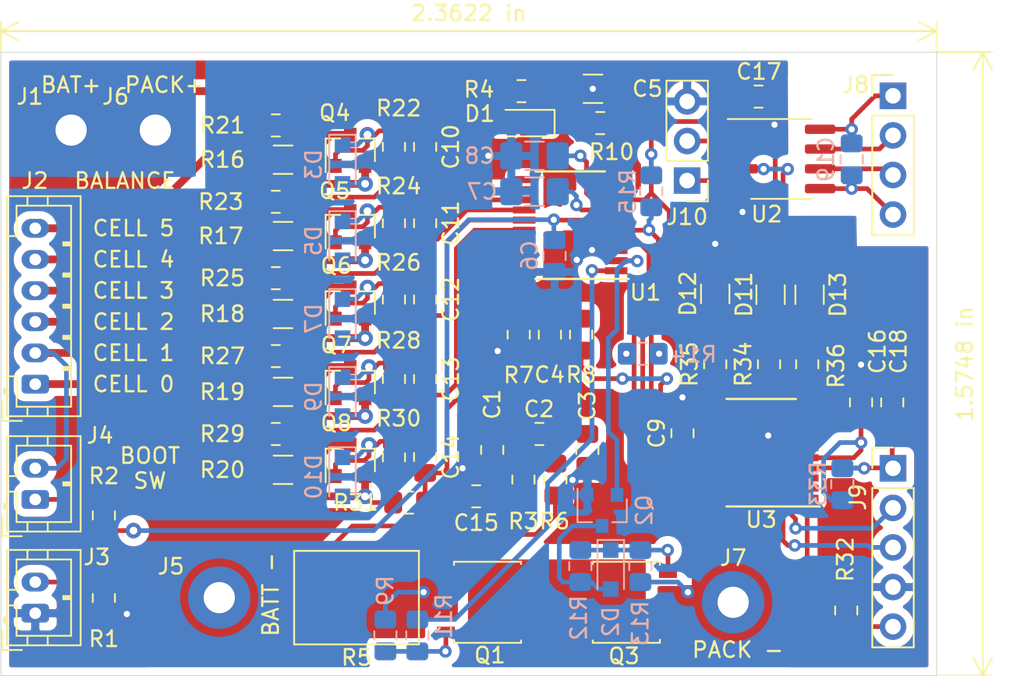
<source format=kicad_pcb>
(kicad_pcb (version 20171130) (host pcbnew 5.1.5-52549c5~84~ubuntu18.04.1)
  (layers (0 F.Cu signal) (31 B.Cu signal) (34 B.Paste user hide) (35 F.Paste user hide) (36 B.SilkS user) (37 F.SilkS user) (38 B.Mask user) (39 F.Mask user) (44 Edge.Cuts user))
  (net 0 "")
  (net 1 "Net-(C1-Pad1)")
  (net 2 GND)
  (net 3 "Net-(C2-Pad1)")
  (net 4 "Net-(C4-Pad2)")
  (net 5 "Net-(C5-Pad2)")
  (net 6 /BAT_THERM)
  (net 7 "Net-(C7-Pad2)")
  (net 8 /BAT+)
  (net 9 "/balance section/BAL_C5")
  (net 10 "/balance section/BAL_C4")
  (net 11 "/balance section/BAL_C3")
  (net 12 "/balance section/BAL_C2")
  (net 13 "/balance section/BAL_C1")
  (net 14 "/balance section/BAL_C0")
  (net 15 "Net-(D1-Pad1)")
  (net 16 "Net-(D2-Pad2)")
  (net 17 "Net-(D2-Pad1)")
  (net 18 /RAW_C4)
  (net 19 /RAW_C3)
  (net 20 /RAW_C2)
  (net 21 /RAW_C1)
  (net 22 /RAW_BATT-)
  (net 23 /RAW_C5)
  (net 24 "Net-(Q1-Pad4)")
  (net 25 "Net-(Q1-Pad5)")
  (net 26 "Net-(Q1-Pad1)")
  (net 27 "Net-(Q2-Pad2)")
  (net 28 "Net-(Q4-Pad3)")
  (net 29 "Net-(Q5-Pad3)")
  (net 30 "Net-(Q7-Pad3)")
  (net 31 "Net-(Q8-Pad3)")
  (net 32 "Net-(R11-Pad1)")
  (net 33 "Net-(R34-Pad1)")
  (net 34 "Net-(R35-Pad1)")
  (net 35 "Net-(Q6-Pad3)")
  (net 36 /BAT-)
  (net 37 "Net-(J4-Pad1)")
  (net 38 +3V3)
  (net 39 /cpu/~NRST)
  (net 40 /cpu/ISOL_VCC)
  (net 41 /cpu/ISOL_GND)
  (net 42 "Net-(D3-Pad1)")
  (net 43 "Net-(D10-Pad1)")
  (net 44 "Net-(D11-Pad2)")
  (net 45 "Net-(D12-Pad2)")
  (net 46 "Net-(D13-Pad2)")
  (net 47 "/bq76920 section/PACK-")
  (net 48 /cpu/ISOL_RX)
  (net 49 /cpu/ISOL_TX)
  (net 50 /cpu/SWDIO)
  (net 51 /cpu/SWCLK)
  (net 52 /cpu/BOOT0)
  (net 53 /cpu/USART2_TX)
  (net 54 /cpu/USART2_RX)
  (net 55 /cpu/PACK_ALERT)
  (net 56 /cpu/PACK_SDA)
  (net 57 /cpu/PACK_SCL)
  (net 58 "Net-(R36-Pad1)")
  (net 59 "Net-(D5-Pad1)")
  (net 60 "Net-(D7-Pad1)")
  (net 61 "Net-(D9-Pad1)")
  (module Connector_PinHeader_2.54mm:PinHeader_1x03_P2.54mm_Vertical (layer F.Cu) (at 64 28.24 180)
    (fp_text reference J10 (at 0 -2.33) (layer F.SilkS))
    (fp_text value Conn_01x03)
    (pad 1 thru_hole rect (at 0 0 180) (size 1.7 1.7) (drill 1) (layers *.Cu *.Mask) (net 53 /cpu/USART2_TX))
    (pad 2 thru_hole oval (at 0 2.54 180) (size 1.7 1.7) (drill 1) (layers *.Cu *.Mask) (net 54 /cpu/USART2_RX))
    (pad 3 thru_hole oval (at 0 5.08 180) (size 1.7 1.7) (drill 1) (layers *.Cu *.Mask) (net 2 GND))
  )
  (module Resistor_SMD:R_0805_2012Metric_Pad1.15x1.40mm_HandSolder (layer F.Cu) (at 45.2 46 90)
    (fp_text reference R30 (at 2.5 0.3 180) (layer F.SilkS))
    (fp_text value 10k)
    (pad 2 smd roundrect (at 1.025 0 90) (size 1.15 1.4) (layers F.Cu F.Paste F.Mask) (roundrect_rratio 0.217391) (net 43 "Net-(D10-Pad1)"))
    (pad 1 smd roundrect (at -1.025 0 90) (size 1.15 1.4) (layers F.Cu F.Paste F.Mask) (roundrect_rratio 0.217391) (net 14 "/balance section/BAL_C0"))
  )
  (module Package_SO:SOIC-8_3.9x4.9mm_P1.27mm (layer F.Cu) (at 70.05 26.85)
    (fp_text reference U2 (at -0.95 3.55) (layer F.SilkS))
    (fp_text value ISO7021)
    (pad 1 smd roundrect (at -2.475 -1.905) (size 1.95 0.6) (layers F.Cu F.Paste F.Mask) (net 38 +3V3))
    (pad 2 smd roundrect (at -2.475 -0.635) (size 1.95 0.6) (layers F.Cu F.Paste F.Mask) (net 54 /cpu/USART2_RX))
    (pad 3 smd roundrect (at -2.475 0.635) (size 1.95 0.6) (layers F.Cu F.Paste F.Mask) (net 53 /cpu/USART2_TX))
    (pad 4 smd roundrect (at -2.475 1.905) (size 1.95 0.6) (layers F.Cu F.Paste F.Mask) (net 2 GND))
    (pad 5 smd roundrect (at 2.475 1.905) (size 1.95 0.6) (layers F.Cu F.Paste F.Mask) (net 41 /cpu/ISOL_GND))
    (pad 6 smd roundrect (at 2.475 0.635) (size 1.95 0.6) (layers F.Cu F.Paste F.Mask) (net 49 /cpu/ISOL_TX))
    (pad 7 smd roundrect (at 2.475 -0.635) (size 1.95 0.6) (layers F.Cu F.Paste F.Mask) (net 48 /cpu/ISOL_RX))
    (pad 8 smd roundrect (at 2.475 -1.905) (size 1.95 0.6) (layers F.Cu F.Paste F.Mask) (net 40 /cpu/ISOL_VCC))
  )
  (module Capacitor_SMD:C_0805_2012Metric_Pad1.15x1.40mm_HandSolder (layer B.Cu) (at 74.55 26.875 270)
    (fp_text reference C19 (at 0 1.65 90) (layer B.SilkS) (effects (justify mirror)))
    (fp_text value 100nF)
    (pad 1 smd roundrect (at -1.025 0 270) (size 1.15 1.4) (layers B.Cu B.Paste B.Mask) (roundrect_rratio 0.217391) (net 40 /cpu/ISOL_VCC))
    (pad 2 smd roundrect (at 1.025 0 270) (size 1.15 1.4) (layers B.Cu B.Paste B.Mask) (roundrect_rratio 0.217391) (net 41 /cpu/ISOL_GND))
  )
  (module Capacitor_SMD:C_0805_2012Metric_Pad1.15x1.40mm_HandSolder (layer F.Cu) (at 57.6 45.525 90)
    (fp_text reference C3 (at 2.825 0 90) (layer F.SilkS))
    (fp_text value 100n)
    (pad 1 smd roundrect (at -1.025 0 90) (size 1.15 1.4) (layers F.Cu F.Paste F.Mask) (roundrect_rratio 0.217391) (net 2 GND))
    (pad 2 smd roundrect (at 1.025 0 90) (size 1.15 1.4) (layers F.Cu F.Paste F.Mask) (roundrect_rratio 0.217391) (net 3 "Net-(C2-Pad1)"))
  )
  (module Package_TO_SOT_SMD:SOT-23 (layer F.Cu) (at 42.4 26.3 90)
    (fp_text reference Q4 (at 2.4 -1 180) (layer F.SilkS))
    (fp_text value NTR3C21NZ)
    (pad 3 smd rect (at 1 0 90) (size 0.9 0.8) (layers F.Cu F.Paste F.Mask) (net 28 "Net-(Q4-Pad3)"))
    (pad 2 smd rect (at -1 0.95 90) (size 0.9 0.8) (layers F.Cu F.Paste F.Mask) (net 18 /RAW_C4))
    (pad 1 smd rect (at -1 -0.95 90) (size 0.9 0.8) (layers F.Cu F.Paste F.Mask) (net 42 "Net-(D3-Pad1)"))
  )
  (module Package_TO_SOT_SMD:SOT-23 (layer F.Cu) (at 42.4 41.2 90)
    (fp_text reference Q7 (at 2.4 -0.9 180) (layer F.SilkS))
    (fp_text value NTR3C21NZ)
    (pad 3 smd rect (at 1 0 90) (size 0.9 0.8) (layers F.Cu F.Paste F.Mask) (net 30 "Net-(Q7-Pad3)"))
    (pad 2 smd rect (at -1 0.95 90) (size 0.9 0.8) (layers F.Cu F.Paste F.Mask) (net 21 /RAW_C1))
    (pad 1 smd rect (at -1 -0.95 90) (size 0.9 0.8) (layers F.Cu F.Paste F.Mask) (net 61 "Net-(D9-Pad1)"))
  )
  (module Package_TO_SOT_SMD:SOT-23 (layer F.Cu) (at 42.4 46.2 90)
    (fp_text reference Q8 (at 2.4 -0.9 180) (layer F.SilkS))
    (fp_text value NTR3C21NZ)
    (pad 3 smd rect (at 1 0 90) (size 0.9 0.8) (layers F.Cu F.Paste F.Mask) (net 31 "Net-(Q8-Pad3)"))
    (pad 2 smd rect (at -1 0.95 90) (size 0.9 0.8) (layers F.Cu F.Paste F.Mask) (net 22 /RAW_BATT-))
    (pad 1 smd rect (at -1 -0.95 90) (size 0.9 0.8) (layers F.Cu F.Paste F.Mask) (net 43 "Net-(D10-Pad1)"))
  )
  (module Resistor_SMD:R_0805_2012Metric_Pad1.15x1.40mm_HandSolder (layer F.Cu) (at 45.2 40.975 90)
    (fp_text reference R28 (at 2.475 0.3 180) (layer F.SilkS))
    (fp_text value 10k)
    (pad 2 smd roundrect (at 1.025 0 90) (size 1.15 1.4) (layers F.Cu F.Paste F.Mask) (roundrect_rratio 0.217391) (net 61 "Net-(D9-Pad1)"))
    (pad 1 smd roundrect (at -1.025 0 90) (size 1.15 1.4) (layers F.Cu F.Paste F.Mask) (roundrect_rratio 0.217391) (net 13 "/balance section/BAL_C1"))
  )
  (module Resistor_SMD:R_0805_2012Metric_Pad1.15x1.40mm_HandSolder (layer F.Cu) (at 37.625 44.5 180)
    (fp_text reference R29 (at 3.425 0) (layer F.SilkS))
    (fp_text value 1k)
    (pad 1 smd roundrect (at -1.025 0 180) (size 1.15 1.4) (layers F.Cu F.Paste F.Mask) (roundrect_rratio 0.217391) (net 13 "/balance section/BAL_C1"))
    (pad 2 smd roundrect (at 1.025 0 180) (size 1.15 1.4) (layers F.Cu F.Paste F.Mask) (roundrect_rratio 0.217391) (net 21 /RAW_C1))
  )
  (module Resistor_SMD:R_0805_2012Metric_Pad1.15x1.40mm_HandSolder (layer F.Cu) (at 37.625 39.5 180)
    (fp_text reference R27 (at 3.425 0) (layer F.SilkS))
    (fp_text value 1k)
    (pad 1 smd roundrect (at -1.025 0 180) (size 1.15 1.4) (layers F.Cu F.Paste F.Mask) (roundrect_rratio 0.217391) (net 12 "/balance section/BAL_C2"))
    (pad 2 smd roundrect (at 1.025 0 180) (size 1.15 1.4) (layers F.Cu F.Paste F.Mask) (roundrect_rratio 0.217391) (net 20 /RAW_C2))
  )
  (module Capacitor_SMD:C_0805_2012Metric_Pad1.15x1.40mm_HandSolder (layer F.Cu) (at 47.2 40.975 270)
    (fp_text reference C13 (at 0 -1.65 90) (layer F.SilkS))
    (fp_text value 220n)
    (pad 2 smd roundrect (at 1.025 0 270) (size 1.15 1.4) (layers F.Cu F.Paste F.Mask) (roundrect_rratio 0.217391) (net 13 "/balance section/BAL_C1"))
    (pad 1 smd roundrect (at -1.025 0 270) (size 1.15 1.4) (layers F.Cu F.Paste F.Mask) (roundrect_rratio 0.217391) (net 12 "/balance section/BAL_C2"))
  )
  (module Resistor_SMD:R_1206_3216Metric_Pad1.42x1.75mm_HandSolder (layer F.Cu) (at 38.0875 41.8 180)
    (fp_text reference R19 (at 3.8875 0) (layer F.SilkS))
    (fp_text value 100)
    (pad 1 smd roundrect (at -1.4875 0 180) (size 1.425 1.75) (layers F.Cu F.Paste F.Mask) (roundrect_rratio 0.175439) (net 30 "Net-(Q7-Pad3)"))
    (pad 2 smd roundrect (at 1.4875 0 180) (size 1.425 1.75) (layers F.Cu F.Paste F.Mask) (roundrect_rratio 0.175439) (net 20 /RAW_C2))
  )
  (module Resistor_SMD:R_1206_3216Metric_Pad1.42x1.75mm_HandSolder (layer F.Cu) (at 38.0875 46.8 180)
    (fp_text reference R20 (at 3.8875 0) (layer F.SilkS))
    (fp_text value 100)
    (pad 1 smd roundrect (at -1.4875 0 180) (size 1.425 1.75) (layers F.Cu F.Paste F.Mask) (roundrect_rratio 0.175439) (net 31 "Net-(Q8-Pad3)"))
    (pad 2 smd roundrect (at 1.4875 0 180) (size 1.425 1.75) (layers F.Cu F.Paste F.Mask) (roundrect_rratio 0.175439) (net 21 /RAW_C1))
  )
  (module Capacitor_SMD:C_0805_2012Metric_Pad1.15x1.40mm_HandSolder (layer F.Cu) (at 47.2 45.975 270)
    (fp_text reference C14 (at 0 -1.65 90) (layer F.SilkS))
    (fp_text value 220n)
    (pad 2 smd roundrect (at 1.025 0 270) (size 1.15 1.4) (layers F.Cu F.Paste F.Mask) (roundrect_rratio 0.217391) (net 14 "/balance section/BAL_C0"))
    (pad 1 smd roundrect (at -1.025 0 270) (size 1.15 1.4) (layers F.Cu F.Paste F.Mask) (roundrect_rratio 0.217391) (net 13 "/balance section/BAL_C1"))
  )
  (module Capacitor_SMD:C_0805_2012Metric_Pad1.15x1.40mm_HandSolder (layer F.Cu) (at 51.5 45.525 270)
    (fp_text reference C1 (at -2.925 0 90) (layer F.SilkS))
    (fp_text value 100n)
    (pad 1 smd roundrect (at -1.025 0 270) (size 1.15 1.4) (layers F.Cu F.Paste F.Mask) (roundrect_rratio 0.217391) (net 1 "Net-(C1-Pad1)"))
    (pad 2 smd roundrect (at 1.025 0 270) (size 1.15 1.4) (layers F.Cu F.Paste F.Mask) (roundrect_rratio 0.217391) (net 2 GND))
  )
  (module Capacitor_SMD:C_0805_2012Metric_Pad1.15x1.40mm_HandSolder (layer F.Cu) (at 54.525 44.5 180)
    (fp_text reference C2 (at 0.025 1.6) (layer F.SilkS))
    (fp_text value 100n)
    (pad 2 smd roundrect (at 1.025 0 180) (size 1.15 1.4) (layers F.Cu F.Paste F.Mask) (roundrect_rratio 0.217391) (net 1 "Net-(C1-Pad1)"))
    (pad 1 smd roundrect (at -1.025 0 180) (size 1.15 1.4) (layers F.Cu F.Paste F.Mask) (roundrect_rratio 0.217391) (net 3 "Net-(C2-Pad1)"))
  )
  (module Capacitor_SMD:C_0805_2012Metric_Pad1.15x1.40mm_HandSolder (layer F.Cu) (at 55.2 38.125 90)
    (fp_text reference C4 (at -2.575 -0.025 180) (layer F.SilkS))
    (fp_text value 1n)
    (pad 1 smd roundrect (at -1.025 0 90) (size 1.15 1.4) (layers F.Cu F.Paste F.Mask) (roundrect_rratio 0.217391) (net 2 GND))
    (pad 2 smd roundrect (at 1.025 0 90) (size 1.15 1.4) (layers F.Cu F.Paste F.Mask) (roundrect_rratio 0.217391) (net 4 "Net-(C4-Pad2)"))
  )
  (module Capacitor_SMD:C_0805_2012Metric_Pad1.15x1.40mm_HandSolder (layer B.Cu) (at 55.5 33.075 90)
    (fp_text reference C6 (at 0.025 -1.6 90) (layer B.SilkS) (effects (justify mirror)))
    (fp_text value 1n)
    (pad 2 smd roundrect (at 1.025 0 90) (size 1.15 1.4) (layers B.Cu B.Paste B.Mask) (roundrect_rratio 0.217391) (net 6 /BAT_THERM))
    (pad 1 smd roundrect (at -1.025 0 90) (size 1.15 1.4) (layers B.Cu B.Paste B.Mask) (roundrect_rratio 0.217391) (net 2 GND))
  )
  (module Capacitor_SMD:C_0805_2012Metric_Pad1.15x1.40mm_HandSolder (layer F.Cu) (at 47.2 26.075 270)
    (fp_text reference C10 (at 0 -1.65 90) (layer F.SilkS))
    (fp_text value 220n)
    (pad 1 smd roundrect (at -1.025 0 270) (size 1.15 1.4) (layers F.Cu F.Paste F.Mask) (roundrect_rratio 0.217391) (net 9 "/balance section/BAL_C5"))
    (pad 2 smd roundrect (at 1.025 0 270) (size 1.15 1.4) (layers F.Cu F.Paste F.Mask) (roundrect_rratio 0.217391) (net 10 "/balance section/BAL_C4"))
  )
  (module Capacitor_SMD:C_0805_2012Metric_Pad1.15x1.40mm_HandSolder (layer F.Cu) (at 47.2 30.975 270)
    (fp_text reference C11 (at 0 -1.65 90) (layer F.SilkS))
    (fp_text value 220n)
    (pad 2 smd roundrect (at 1.025 0 270) (size 1.15 1.4) (layers F.Cu F.Paste F.Mask) (roundrect_rratio 0.217391) (net 11 "/balance section/BAL_C3"))
    (pad 1 smd roundrect (at -1.025 0 270) (size 1.15 1.4) (layers F.Cu F.Paste F.Mask) (roundrect_rratio 0.217391) (net 10 "/balance section/BAL_C4"))
  )
  (module Capacitor_SMD:C_0805_2012Metric_Pad1.15x1.40mm_HandSolder (layer F.Cu) (at 47.2 35.875 270)
    (fp_text reference C12 (at 0 -1.65 90) (layer F.SilkS))
    (fp_text value 220n)
    (pad 1 smd roundrect (at -1.025 0 270) (size 1.15 1.4) (layers F.Cu F.Paste F.Mask) (roundrect_rratio 0.217391) (net 11 "/balance section/BAL_C3"))
    (pad 2 smd roundrect (at 1.025 0 270) (size 1.15 1.4) (layers F.Cu F.Paste F.Mask) (roundrect_rratio 0.217391) (net 12 "/balance section/BAL_C2"))
  )
  (module Capacitor_SMD:C_0805_2012Metric_Pad1.15x1.40mm_HandSolder (layer F.Cu) (at 50.475 48.5)
    (fp_text reference C15 (at 0 1.7) (layer F.SilkS))
    (fp_text value 220n)
    (pad 1 smd roundrect (at -1.025 0) (size 1.15 1.4) (layers F.Cu F.Paste F.Mask) (roundrect_rratio 0.217391) (net 14 "/balance section/BAL_C0"))
    (pad 2 smd roundrect (at 1.025 0) (size 1.15 1.4) (layers F.Cu F.Paste F.Mask) (roundrect_rratio 0.217391) (net 2 GND))
  )
  (module Connector_JST:JST_PH_B6B-PH-K_1x06_P2.00mm_Vertical (layer F.Cu) (at 22.2 41.3 90)
    (fp_text reference J2 (at 13.05 -0.025 180) (layer F.SilkS))
    (fp_text value Conn_01x06)
    (pad 1 thru_hole roundrect (at 0 0 90) (size 1.2 1.75) (drill 0.75) (layers *.Cu *.Mask) (roundrect_rratio 0.208333) (net 22 /RAW_BATT-))
    (pad 2 thru_hole oval (at 2 0 90) (size 1.2 1.75) (drill 0.75) (layers *.Cu *.Mask) (net 21 /RAW_C1))
    (pad 3 thru_hole oval (at 4 0 90) (size 1.2 1.75) (drill 0.75) (layers *.Cu *.Mask) (net 20 /RAW_C2))
    (pad 4 thru_hole oval (at 6 0 90) (size 1.2 1.75) (drill 0.75) (layers *.Cu *.Mask) (net 19 /RAW_C3))
    (pad 5 thru_hole oval (at 8 0 90) (size 1.2 1.75) (drill 0.75) (layers *.Cu *.Mask) (net 18 /RAW_C4))
    (pad 6 thru_hole oval (at 10 0 90) (size 1.2 1.75) (drill 0.75) (layers *.Cu *.Mask) (net 23 /RAW_C5))
  )
  (module Connector_JST:JST_PH_B2B-PH-K_1x02_P2.00mm_Vertical (layer F.Cu) (at 22.2 56 90)
    (fp_text reference J3 (at 3.6 3.95 180) (layer F.SilkS))
    (fp_text value therm)
    (pad 1 thru_hole roundrect (at 0 0 90) (size 1.2 1.75) (drill 0.75) (layers *.Cu *.Mask) (roundrect_rratio 0.208333) (net 2 GND))
    (pad 2 thru_hole oval (at 2 0 90) (size 1.2 1.75) (drill 0.75) (layers *.Cu *.Mask) (net 6 /BAT_THERM))
  )
  (module Connector_JST:JST_PH_B2B-PH-K_1x02_P2.00mm_Vertical (layer F.Cu) (at 22.2 48.7 90)
    (fp_text reference J4 (at 4.1 4.15 180) (layer F.SilkS))
    (fp_text value boot_switch)
    (pad 2 thru_hole oval (at 2 0 90) (size 1.2 1.75) (drill 0.75) (layers *.Cu *.Mask) (net 21 /RAW_C1))
    (pad 1 thru_hole roundrect (at 0 0 90) (size 1.2 1.75) (drill 0.75) (layers *.Cu *.Mask) (roundrect_rratio 0.208333) (net 37 "Net-(J4-Pad1)"))
  )
  (module Package_TO_SOT_SMD:LFPAK56 (layer F.Cu) (at 51.365 55.3)
    (fp_text reference Q1 (at -0.015 3.4) (layer F.SilkS))
    (fp_text value PSMN2R6-40YS)
    (pad 4 smd rect (at -2.835 1.91 270) (size 0.7 1.15) (layers F.Cu F.Paste F.Mask) (net 24 "Net-(Q1-Pad4)"))
    (pad 5 smd rect (at 0.435 0 270) (size 4.2 3.3) (layers F.Cu F.Mask) (net 25 "Net-(Q1-Pad5)"))
    (pad 5 smd rect (at 2.635 0 270) (size 4.7 1.55) (layers F.Cu F.Mask) (net 25 "Net-(Q1-Pad5)"))
    (pad 3 smd rect (at -2.835 0.64 270) (size 0.7 1.15) (layers F.Cu F.Paste F.Mask) (net 26 "Net-(Q1-Pad1)"))
    (pad 1 smd rect (at -2.835 -1.91 270) (size 0.7 1.15) (layers F.Cu F.Paste F.Mask) (net 26 "Net-(Q1-Pad1)"))
    (pad 2 smd rect (at -2.835 -0.64 270) (size 0.7 1.15) (layers F.Cu F.Paste F.Mask) (net 26 "Net-(Q1-Pad1)"))
  )
  (module Package_TO_SOT_SMD:SOT-23 (layer B.Cu) (at 58.55 49.4 270)
    (fp_text reference Q2 (at 0 -2.7 90) (layer B.SilkS) (effects (justify mirror)))
    (fp_text value SI2337DS-T1-E3)
    (pad 1 smd rect (at -1 0.95 270) (size 0.9 0.8) (layers B.Cu B.Paste B.Mask) (net 2 GND))
    (pad 2 smd rect (at -1 -0.95 270) (size 0.9 0.8) (layers B.Cu B.Paste B.Mask) (net 27 "Net-(Q2-Pad2)"))
    (pad 3 smd rect (at 1 0 270) (size 0.9 0.8) (layers B.Cu B.Paste B.Mask) (net 16 "Net-(D2-Pad2)"))
  )
  (module Package_TO_SOT_SMD:LFPAK56 (layer F.Cu) (at 59.935 55.3 180)
    (fp_text reference Q3 (at -0.015 -3.45) (layer F.SilkS))
    (fp_text value PSMN2R6-40YS)
    (pad 2 smd rect (at -2.835 -0.64 90) (size 0.7 1.15) (layers F.Cu F.Paste F.Mask) (net 47 "/bq76920 section/PACK-"))
    (pad 1 smd rect (at -2.835 -1.91 90) (size 0.7 1.15) (layers F.Cu F.Paste F.Mask) (net 47 "/bq76920 section/PACK-"))
    (pad 3 smd rect (at -2.835 0.64 90) (size 0.7 1.15) (layers F.Cu F.Paste F.Mask) (net 47 "/bq76920 section/PACK-"))
    (pad 5 smd rect (at 2.635 0 90) (size 4.7 1.55) (layers F.Cu F.Mask) (net 25 "Net-(Q1-Pad5)"))
    (pad 5 smd rect (at 0.435 0 90) (size 4.2 3.3) (layers F.Cu F.Mask) (net 25 "Net-(Q1-Pad5)"))
    (pad 4 smd rect (at -2.835 1.91 90) (size 0.7 1.15) (layers F.Cu F.Paste F.Mask) (net 17 "Net-(D2-Pad1)"))
  )
  (module Package_TO_SOT_SMD:SOT-23 (layer F.Cu) (at 42.4 31.2 90)
    (fp_text reference Q5 (at 2.3 -1 180) (layer F.SilkS))
    (fp_text value NTR3C21NZ)
    (pad 3 smd rect (at 1 0 90) (size 0.9 0.8) (layers F.Cu F.Paste F.Mask) (net 29 "Net-(Q5-Pad3)"))
    (pad 2 smd rect (at -1 0.95 90) (size 0.9 0.8) (layers F.Cu F.Paste F.Mask) (net 19 /RAW_C3))
    (pad 1 smd rect (at -1 -0.95 90) (size 0.9 0.8) (layers F.Cu F.Paste F.Mask) (net 59 "Net-(D5-Pad1)"))
  )
  (module Package_TO_SOT_SMD:SOT-23 (layer F.Cu) (at 42.4 36.1 90)
    (fp_text reference Q6 (at 2.4 -0.9 180) (layer F.SilkS))
    (fp_text value NTR3C21NZ)
    (pad 3 smd rect (at 1 0 90) (size 0.9 0.8) (layers F.Cu F.Paste F.Mask) (net 35 "Net-(Q6-Pad3)"))
    (pad 2 smd rect (at -1 0.95 90) (size 0.9 0.8) (layers F.Cu F.Paste F.Mask) (net 20 /RAW_C2))
    (pad 1 smd rect (at -1 -0.95 90) (size 0.9 0.8) (layers F.Cu F.Paste F.Mask) (net 60 "Net-(D7-Pad1)"))
  )
  (module Resistor_SMD:R_0805_2012Metric_Pad1.15x1.40mm_HandSolder (layer F.Cu) (at 26.6 55.025 270)
    (fp_text reference R1 (at 2.625 0 180) (layer F.SilkS))
    (fp_text value 10k)
    (pad 2 smd roundrect (at 1.025 0 270) (size 1.15 1.4) (layers F.Cu F.Paste F.Mask) (roundrect_rratio 0.217391) (net 2 GND))
    (pad 1 smd roundrect (at -1.025 0 270) (size 1.15 1.4) (layers F.Cu F.Paste F.Mask) (roundrect_rratio 0.217391) (net 6 /BAT_THERM))
  )
  (module Resistor_SMD:R_0805_2012Metric_Pad1.15x1.40mm_HandSolder (layer F.Cu) (at 26.6 49.725 90)
    (fp_text reference R2 (at 2.525 0 180) (layer F.SilkS))
    (fp_text value 10k)
    (pad 1 smd roundrect (at -1.025 0 90) (size 1.15 1.4) (layers F.Cu F.Paste F.Mask) (roundrect_rratio 0.217391) (net 6 /BAT_THERM))
    (pad 2 smd roundrect (at 1.025 0 90) (size 1.15 1.4) (layers F.Cu F.Paste F.Mask) (roundrect_rratio 0.217391) (net 37 "Net-(J4-Pad1)"))
  )
  (module Resistor_SMD:R_0805_2012Metric_Pad1.15x1.40mm_HandSolder (layer F.Cu) (at 53.5 47.425 270)
    (fp_text reference R3 (at 2.675 0 180) (layer F.SilkS))
    (fp_text value 100)
    (pad 2 smd roundrect (at 1.025 0 270) (size 1.15 1.4) (layers F.Cu F.Paste F.Mask) (roundrect_rratio 0.217391) (net 36 /BAT-))
    (pad 1 smd roundrect (at -1.025 0 270) (size 1.15 1.4) (layers F.Cu F.Paste F.Mask) (roundrect_rratio 0.217391) (net 1 "Net-(C1-Pad1)"))
  )
  (module bq76920:WSHP28185L000FEA (layer F.Cu) (at 42.8 55 180)
    (fp_text reference R5 (at 0 -3.85) (layer F.SilkS))
    (fp_text value WSHP28185L000FEA)
    (pad 1 smd rect (at -2 0 180) (size 3.5 5.1) (layers F.Cu F.Paste F.Mask) (net 26 "Net-(Q1-Pad1)"))
    (pad 2 smd rect (at 2 0 180) (size 3.5 5.1) (layers F.Cu F.Paste F.Mask) (net 36 /BAT-))
  )
  (module Resistor_SMD:R_0805_2012Metric_Pad1.15x1.40mm_HandSolder (layer F.Cu) (at 55.55 47.425 270)
    (fp_text reference R6 (at 2.675 0.05 180) (layer F.SilkS))
    (fp_text value 100)
    (pad 1 smd roundrect (at -1.025 0 270) (size 1.15 1.4) (layers F.Cu F.Paste F.Mask) (roundrect_rratio 0.217391) (net 3 "Net-(C2-Pad1)"))
    (pad 2 smd roundrect (at 1.025 0 270) (size 1.15 1.4) (layers F.Cu F.Paste F.Mask) (roundrect_rratio 0.217391) (net 26 "Net-(Q1-Pad1)"))
  )
  (module Resistor_SMD:R_0805_2012Metric_Pad1.15x1.40mm_HandSolder (layer F.Cu) (at 53.2 38.125 270)
    (fp_text reference R7 (at 2.6 0 180) (layer F.SilkS))
    (fp_text value 500k)
    (pad 2 smd roundrect (at 1.025 0 270) (size 1.15 1.4) (layers F.Cu F.Paste F.Mask) (roundrect_rratio 0.217391) (net 2 GND))
    (pad 1 smd roundrect (at -1.025 0 270) (size 1.15 1.4) (layers F.Cu F.Paste F.Mask) (roundrect_rratio 0.217391) (net 4 "Net-(C4-Pad2)"))
  )
  (module Resistor_SMD:R_0805_2012Metric_Pad1.15x1.40mm_HandSolder (layer F.Cu) (at 57.2 38.125 90)
    (fp_text reference R8 (at -2.575 0 180) (layer F.SilkS))
    (fp_text value 100)
    (pad 1 smd roundrect (at -1.025 0 90) (size 1.15 1.4) (layers F.Cu F.Paste F.Mask) (roundrect_rratio 0.217391) (net 55 /cpu/PACK_ALERT))
    (pad 2 smd roundrect (at 1.025 0 90) (size 1.15 1.4) (layers F.Cu F.Paste F.Mask) (roundrect_rratio 0.217391) (net 4 "Net-(C4-Pad2)"))
  )
  (module Resistor_SMD:R_0805_2012Metric_Pad1.15x1.40mm_HandSolder (layer B.Cu) (at 44.65 57.425 90)
    (fp_text reference R9 (at 2.875 0 90) (layer B.SilkS) (effects (justify mirror)))
    (fp_text value 1Meg)
    (pad 2 smd roundrect (at 1.025 0 90) (size 1.15 1.4) (layers B.Cu B.Paste B.Mask) (roundrect_rratio 0.217391) (net 26 "Net-(Q1-Pad1)"))
    (pad 1 smd roundrect (at -1.025 0 90) (size 1.15 1.4) (layers B.Cu B.Paste B.Mask) (roundrect_rratio 0.217391) (net 24 "Net-(Q1-Pad4)"))
  )
  (module Resistor_SMD:R_0805_2012Metric_Pad1.15x1.40mm_HandSolder (layer B.Cu) (at 46.7 57.425 270)
    (fp_text reference R11 (at -1.225 -1.7 270) (layer B.SilkS) (effects (justify mirror)))
    (fp_text value 10k)
    (pad 1 smd roundrect (at -1.025 0 270) (size 1.15 1.4) (layers B.Cu B.Paste B.Mask) (roundrect_rratio 0.217391) (net 32 "Net-(R11-Pad1)"))
    (pad 2 smd roundrect (at 1.025 0 270) (size 1.15 1.4) (layers B.Cu B.Paste B.Mask) (roundrect_rratio 0.217391) (net 24 "Net-(Q1-Pad4)"))
  )
  (module Resistor_SMD:R_0805_2012Metric_Pad1.15x1.40mm_HandSolder (layer B.Cu) (at 57.15 52.975 90)
    (fp_text reference R12 (at -3.325 -0.1 -90) (layer B.SilkS) (effects (justify mirror)))
    (fp_text value 1Meg)
    (pad 1 smd roundrect (at -1.025 0 90) (size 1.15 1.4) (layers B.Cu B.Paste B.Mask) (roundrect_rratio 0.217391) (net 16 "Net-(D2-Pad2)"))
    (pad 2 smd roundrect (at 1.025 0 90) (size 1.15 1.4) (layers B.Cu B.Paste B.Mask) (roundrect_rratio 0.217391) (net 17 "Net-(D2-Pad1)"))
  )
  (module Resistor_SMD:R_0805_2012Metric_Pad1.15x1.40mm_HandSolder (layer B.Cu) (at 61 52.975 270)
    (fp_text reference R13 (at 3.675 0 270) (layer B.SilkS) (effects (justify mirror)))
    (fp_text value 1Meg)
    (pad 2 smd roundrect (at 1.025 0 270) (size 1.15 1.4) (layers B.Cu B.Paste B.Mask) (roundrect_rratio 0.217391) (net 47 "/bq76920 section/PACK-"))
    (pad 1 smd roundrect (at -1.025 0 270) (size 1.15 1.4) (layers B.Cu B.Paste B.Mask) (roundrect_rratio 0.217391) (net 17 "Net-(D2-Pad1)"))
  )
  (module Resistor_SMD:R_0805_2012Metric_Pad1.15x1.40mm_HandSolder (layer B.Cu) (at 61.15 39.35)
    (fp_text reference R14 (at 3.3 0.05 -180) (layer B.SilkS) (effects (justify mirror)))
    (fp_text value 10k)
    (pad 2 smd roundrect (at 1.025 0) (size 1.15 1.4) (layers B.Cu B.Paste B.Mask) (roundrect_rratio 0.217391) (net 38 +3V3))
    (pad 1 smd roundrect (at -1.025 0) (size 1.15 1.4) (layers B.Cu B.Paste B.Mask) (roundrect_rratio 0.217391) (net 56 /cpu/PACK_SDA))
  )
  (module Resistor_SMD:R_0805_2012Metric_Pad1.15x1.40mm_HandSolder (layer B.Cu) (at 61.7 28.925 90)
    (fp_text reference R15 (at -0.025 -1.5 90) (layer B.SilkS) (effects (justify mirror)))
    (fp_text value 10k)
    (pad 1 smd roundrect (at -1.025 0 90) (size 1.15 1.4) (layers B.Cu B.Paste B.Mask) (roundrect_rratio 0.217391) (net 57 /cpu/PACK_SCL))
    (pad 2 smd roundrect (at 1.025 0 90) (size 1.15 1.4) (layers B.Cu B.Paste B.Mask) (roundrect_rratio 0.217391) (net 38 +3V3))
  )
  (module Resistor_SMD:R_1206_3216Metric_Pad1.42x1.75mm_HandSolder (layer F.Cu) (at 38.0875 26.9 180)
    (fp_text reference R16 (at 3.8875 0) (layer F.SilkS))
    (fp_text value 100)
    (pad 1 smd roundrect (at -1.4875 0 180) (size 1.425 1.75) (layers F.Cu F.Paste F.Mask) (roundrect_rratio 0.175439) (net 28 "Net-(Q4-Pad3)"))
    (pad 2 smd roundrect (at 1.4875 0 180) (size 1.425 1.75) (layers F.Cu F.Paste F.Mask) (roundrect_rratio 0.175439) (net 23 /RAW_C5))
  )
  (module Resistor_SMD:R_1206_3216Metric_Pad1.42x1.75mm_HandSolder (layer F.Cu) (at 38.0875 31.8 180)
    (fp_text reference R17 (at 3.9875 0 180) (layer F.SilkS))
    (fp_text value 100)
    (pad 2 smd roundrect (at 1.4875 0 180) (size 1.425 1.75) (layers F.Cu F.Paste F.Mask) (roundrect_rratio 0.175439) (net 18 /RAW_C4))
    (pad 1 smd roundrect (at -1.4875 0 180) (size 1.425 1.75) (layers F.Cu F.Paste F.Mask) (roundrect_rratio 0.175439) (net 29 "Net-(Q5-Pad3)"))
  )
  (module Resistor_SMD:R_1206_3216Metric_Pad1.42x1.75mm_HandSolder (layer F.Cu) (at 38.0875 36.8 180)
    (fp_text reference R18 (at 3.8875 0) (layer F.SilkS))
    (fp_text value 100)
    (pad 2 smd roundrect (at 1.4875 0 180) (size 1.425 1.75) (layers F.Cu F.Paste F.Mask) (roundrect_rratio 0.175439) (net 19 /RAW_C3))
    (pad 1 smd roundrect (at -1.4875 0 180) (size 1.425 1.75) (layers F.Cu F.Paste F.Mask) (roundrect_rratio 0.175439) (net 35 "Net-(Q6-Pad3)"))
  )
  (module Resistor_SMD:R_0805_2012Metric_Pad1.15x1.40mm_HandSolder (layer F.Cu) (at 37.625 24.7 180)
    (fp_text reference R21 (at 3.425 0) (layer F.SilkS))
    (fp_text value 1k)
    (pad 2 smd roundrect (at 1.025 0 180) (size 1.15 1.4) (layers F.Cu F.Paste F.Mask) (roundrect_rratio 0.217391) (net 23 /RAW_C5))
    (pad 1 smd roundrect (at -1.025 0 180) (size 1.15 1.4) (layers F.Cu F.Paste F.Mask) (roundrect_rratio 0.217391) (net 9 "/balance section/BAL_C5"))
  )
  (module Resistor_SMD:R_0805_2012Metric_Pad1.15x1.40mm_HandSolder (layer F.Cu) (at 45.2 26.075 90)
    (fp_text reference R22 (at 2.475 0.3 180) (layer F.SilkS))
    (fp_text value 10k)
    (pad 1 smd roundrect (at -1.025 0 90) (size 1.15 1.4) (layers F.Cu F.Paste F.Mask) (roundrect_rratio 0.217391) (net 10 "/balance section/BAL_C4"))
    (pad 2 smd roundrect (at 1.025 0 90) (size 1.15 1.4) (layers F.Cu F.Paste F.Mask) (roundrect_rratio 0.217391) (net 42 "Net-(D3-Pad1)"))
  )
  (module Resistor_SMD:R_0805_2012Metric_Pad1.15x1.40mm_HandSolder (layer F.Cu) (at 37.625 29.6 180)
    (fp_text reference R23 (at 3.525 0) (layer F.SilkS))
    (fp_text value 1k)
    (pad 1 smd roundrect (at -1.025 0 180) (size 1.15 1.4) (layers F.Cu F.Paste F.Mask) (roundrect_rratio 0.217391) (net 10 "/balance section/BAL_C4"))
    (pad 2 smd roundrect (at 1.025 0 180) (size 1.15 1.4) (layers F.Cu F.Paste F.Mask) (roundrect_rratio 0.217391) (net 18 /RAW_C4))
  )
  (module Resistor_SMD:R_0805_2012Metric_Pad1.15x1.40mm_HandSolder (layer F.Cu) (at 45.2 30.975 90)
    (fp_text reference R24 (at 2.375 0.3 180) (layer F.SilkS))
    (fp_text value 10k)
    (pad 1 smd roundrect (at -1.025 0 90) (size 1.15 1.4) (layers F.Cu F.Paste F.Mask) (roundrect_rratio 0.217391) (net 11 "/balance section/BAL_C3"))
    (pad 2 smd roundrect (at 1.025 0 90) (size 1.15 1.4) (layers F.Cu F.Paste F.Mask) (roundrect_rratio 0.217391) (net 59 "Net-(D5-Pad1)"))
  )
  (module Resistor_SMD:R_0805_2012Metric_Pad1.15x1.40mm_HandSolder (layer F.Cu) (at 37.625 34.5 180)
    (fp_text reference R25 (at 3.425 0) (layer F.SilkS))
    (fp_text value 1k)
    (pad 1 smd roundrect (at -1.025 0 180) (size 1.15 1.4) (layers F.Cu F.Paste F.Mask) (roundrect_rratio 0.217391) (net 11 "/balance section/BAL_C3"))
    (pad 2 smd roundrect (at 1.025 0 180) (size 1.15 1.4) (layers F.Cu F.Paste F.Mask) (roundrect_rratio 0.217391) (net 19 /RAW_C3))
  )
  (module Resistor_SMD:R_0805_2012Metric_Pad1.15x1.40mm_HandSolder (layer F.Cu) (at 45.2 35.875 90)
    (fp_text reference R26 (at 2.375 0.3 180) (layer F.SilkS))
    (fp_text value 10k)
    (pad 2 smd roundrect (at 1.025 0 90) (size 1.15 1.4) (layers F.Cu F.Paste F.Mask) (roundrect_rratio 0.217391) (net 60 "Net-(D7-Pad1)"))
    (pad 1 smd roundrect (at -1.025 0 90) (size 1.15 1.4) (layers F.Cu F.Paste F.Mask) (roundrect_rratio 0.217391) (net 12 "/balance section/BAL_C2"))
  )
  (module Resistor_SMD:R_0805_2012Metric_Pad1.15x1.40mm_HandSolder (layer F.Cu) (at 46.175 48.9 180)
    (fp_text reference R31 (at 3.425 0) (layer F.SilkS))
    (fp_text value 1k)
    (pad 1 smd roundrect (at -1.025 0 180) (size 1.15 1.4) (layers F.Cu F.Paste F.Mask) (roundrect_rratio 0.217391) (net 14 "/balance section/BAL_C0"))
    (pad 2 smd roundrect (at 1.025 0 180) (size 1.15 1.4) (layers F.Cu F.Paste F.Mask) (roundrect_rratio 0.217391) (net 22 /RAW_BATT-))
  )
  (module Package_SO:TSSOP-20_4.4x6.5mm_P0.65mm (layer F.Cu) (at 56.5 31.1 180)
    (fp_text reference U1 (at -4.825 -4.325) (layer F.SilkS))
    (fp_text value bq76920)
    (pad 1 smd rect (at -2.95 -2.925 180) (size 1.45 0.45) (layers F.Cu F.Paste F.Mask) (net 32 "Net-(R11-Pad1)"))
    (pad 2 smd rect (at -2.95 -2.275 180) (size 1.45 0.45) (layers F.Cu F.Paste F.Mask) (net 27 "Net-(Q2-Pad2)"))
    (pad 3 smd rect (at -2.95 -1.625 180) (size 1.45 0.45) (layers F.Cu F.Paste F.Mask) (net 2 GND))
    (pad 4 smd rect (at -2.95 -0.975 180) (size 1.45 0.45) (layers F.Cu F.Paste F.Mask) (net 56 /cpu/PACK_SDA))
    (pad 5 smd rect (at -2.95 -0.325 180) (size 1.45 0.45) (layers F.Cu F.Paste F.Mask) (net 57 /cpu/PACK_SCL))
    (pad 6 smd rect (at -2.95 0.325 180) (size 1.45 0.45) (layers F.Cu F.Paste F.Mask) (net 6 /BAT_THERM))
    (pad 7 smd rect (at -2.95 0.975 180) (size 1.45 0.45) (layers F.Cu F.Paste F.Mask) (net 7 "Net-(C7-Pad2)"))
    (pad 8 smd rect (at -2.95 1.625 180) (size 1.45 0.45) (layers F.Cu F.Paste F.Mask) (net 38 +3V3))
    (pad 9 smd rect (at -2.95 2.275 180) (size 1.45 0.45) (layers F.Cu F.Paste F.Mask) (net 5 "Net-(C5-Pad2)"))
    (pad 10 smd rect (at -2.95 2.925 180) (size 1.45 0.45) (layers F.Cu F.Paste F.Mask) (net 5 "Net-(C5-Pad2)"))
    (pad 11 smd rect (at 2.95 2.925 180) (size 1.45 0.45) (layers F.Cu F.Paste F.Mask))
    (pad 12 smd rect (at 2.95 2.275 180) (size 1.45 0.45) (layers F.Cu F.Paste F.Mask) (net 9 "/balance section/BAL_C5"))
    (pad 13 smd rect (at 2.95 1.625 180) (size 1.45 0.45) (layers F.Cu F.Paste F.Mask) (net 10 "/balance section/BAL_C4"))
    (pad 14 smd rect (at 2.95 0.975 180) (size 1.45 0.45) (layers F.Cu F.Paste F.Mask) (net 11 "/balance section/BAL_C3"))
    (pad 15 smd rect (at 2.95 0.325 180) (size 1.45 0.45) (layers F.Cu F.Paste F.Mask) (net 12 "/balance section/BAL_C2"))
    (pad 16 smd rect (at 2.95 -0.325 180) (size 1.45 0.45) (layers F.Cu F.Paste F.Mask) (net 13 "/balance section/BAL_C1"))
    (pad 17 smd rect (at 2.95 -0.975 180) (size 1.45 0.45) (layers F.Cu F.Paste F.Mask) (net 14 "/balance section/BAL_C0"))
    (pad 18 smd rect (at 2.95 -1.625 180) (size 1.45 0.45) (layers F.Cu F.Paste F.Mask) (net 1 "Net-(C1-Pad1)"))
    (pad 19 smd rect (at 2.95 -2.275 180) (size 1.45 0.45) (layers F.Cu F.Paste F.Mask) (net 3 "Net-(C2-Pad1)"))
    (pad 20 smd rect (at 2.95 -2.925 180) (size 1.45 0.45) (layers F.Cu F.Paste F.Mask) (net 4 "Net-(C4-Pad2)"))
  )
  (module bq76920:power_pin (layer F.Cu) (at 24.5 25)
    (fp_text reference J1 (at -2.65 -2.15) (layer F.SilkS))
    (fp_text value BAT+)
    (pad 1 thru_hole circle (at 0 0) (size 4 4) (drill 2) (layers *.Cu *.Mask) (net 8 /BAT+))
  )
  (module bq76920:power_pin (layer F.Cu) (at 34 55)
    (fp_text reference J5 (at -3.1 -2) (layer F.SilkS))
    (fp_text value BAT-)
    (pad 1 thru_hole circle (at 0 0) (size 4 4) (drill 2) (layers *.Cu *.Mask) (net 36 /BAT-))
  )
  (module bq76920:power_pin (layer F.Cu) (at 29.9 25)
    (fp_text reference J6 (at -2.55 -2.15) (layer F.SilkS))
    (fp_text value PACK+)
    (pad 1 thru_hole circle (at 0 0) (size 4 4) (drill 2) (layers *.Cu *.Mask) (net 8 /BAT+))
  )
  (module bq76920:power_pin (layer F.Cu) (at 66.95 55.3)
    (fp_text reference J7 (at 0 -2.85) (layer F.SilkS))
    (fp_text value PACK-)
    (pad 1 thru_hole circle (at 0 0) (size 4 4) (drill 2) (layers *.Cu *.Mask) (net 47 "/bq76920 section/PACK-"))
  )
  (module Capacitor_SMD:C_1206_3216Metric_Pad1.42x1.75mm_HandSolder (layer F.Cu) (at 57.9625 22.35)
    (fp_text reference C5 (at 3.4875 0) (layer F.SilkS))
    (fp_text value C1206C475K5RACTU)
    (pad 1 smd roundrect (at -1.4875 0) (size 1.425 1.75) (layers F.Cu F.Paste F.Mask) (roundrect_rratio 0.175439) (net 2 GND))
    (pad 2 smd roundrect (at 1.4875 0) (size 1.425 1.75) (layers F.Cu F.Paste F.Mask) (roundrect_rratio 0.175439) (net 5 "Net-(C5-Pad2)"))
  )
  (module Capacitor_SMD:C_1206_3216Metric_Pad1.42x1.75mm_HandSolder (layer B.Cu) (at 54.2125 28.95)
    (fp_text reference C7 (at -3.3625 0) (layer B.SilkS) (effects (justify mirror)))
    (fp_text value C1206C475K5RACTU)
    (pad 2 smd roundrect (at 1.4875 0) (size 1.425 1.75) (layers B.Cu B.Paste B.Mask) (roundrect_rratio 0.175439) (net 7 "Net-(C7-Pad2)"))
    (pad 1 smd roundrect (at -1.4875 0) (size 1.425 1.75) (layers B.Cu B.Paste B.Mask) (roundrect_rratio 0.175439) (net 2 GND))
  )
  (module Capacitor_SMD:C_1206_3216Metric_Pad1.42x1.75mm_HandSolder (layer B.Cu) (at 54.2125 26.65)
    (fp_text reference C8 (at -3.5125 0) (layer B.SilkS) (effects (justify mirror)))
    (fp_text value C1206C475K5RACTU)
    (pad 1 smd roundrect (at -1.4875 0) (size 1.425 1.75) (layers B.Cu B.Paste B.Mask) (roundrect_rratio 0.175439) (net 2 GND))
    (pad 2 smd roundrect (at 1.4875 0) (size 1.425 1.75) (layers B.Cu B.Paste B.Mask) (roundrect_rratio 0.175439) (net 38 +3V3))
  )
  (module Capacitor_SMD:C_0805_2012Metric_Pad1.15x1.40mm_HandSolder (layer F.Cu) (at 63.7 44.45 90)
    (fp_text reference C9 (at 0 -1.65 90) (layer F.SilkS))
    (fp_text value 100nF)
    (pad 2 smd roundrect (at 1.025 0 90) (size 1.15 1.4) (layers F.Cu F.Paste F.Mask) (roundrect_rratio 0.217391) (net 2 GND))
    (pad 1 smd roundrect (at -1.025 0 90) (size 1.15 1.4) (layers F.Cu F.Paste F.Mask) (roundrect_rratio 0.217391) (net 38 +3V3))
  )
  (module Capacitor_SMD:C_0805_2012Metric_Pad1.15x1.40mm_HandSolder (layer F.Cu) (at 75.15 42.475 90)
    (fp_text reference C16 (at 3.275 1.05 90) (layer F.SilkS))
    (fp_text value 100nF)
    (pad 1 smd roundrect (at -1.025 0 90) (size 1.15 1.4) (layers F.Cu F.Paste F.Mask) (roundrect_rratio 0.217391) (net 38 +3V3))
    (pad 2 smd roundrect (at 1.025 0 90) (size 1.15 1.4) (layers F.Cu F.Paste F.Mask) (roundrect_rratio 0.217391) (net 2 GND))
  )
  (module Capacitor_SMD:C_0805_2012Metric_Pad1.15x1.40mm_HandSolder (layer F.Cu) (at 68.575 22.85)
    (fp_text reference C17 (at 0.025 -1.6) (layer F.SilkS))
    (fp_text value 100nF)
    (pad 2 smd roundrect (at 1.025 0) (size 1.15 1.4) (layers F.Cu F.Paste F.Mask) (roundrect_rratio 0.217391) (net 2 GND))
    (pad 1 smd roundrect (at -1.025 0) (size 1.15 1.4) (layers F.Cu F.Paste F.Mask) (roundrect_rratio 0.217391) (net 38 +3V3))
  )
  (module Capacitor_SMD:C_0805_2012Metric_Pad1.15x1.40mm_HandSolder (layer F.Cu) (at 77.15 42.475 90)
    (fp_text reference C18 (at 3.275 0.4 90) (layer F.SilkS))
    (fp_text value 1n)
    (pad 1 smd roundrect (at -1.025 0 90) (size 1.15 1.4) (layers F.Cu F.Paste F.Mask) (roundrect_rratio 0.217391) (net 39 /cpu/~NRST))
    (pad 2 smd roundrect (at 1.025 0 90) (size 1.15 1.4) (layers F.Cu F.Paste F.Mask) (roundrect_rratio 0.217391) (net 2 GND))
  )
  (module Diode_SMD:D_SOD-323_HandSoldering (layer F.Cu) (at 53.6 24.55 180)
    (fp_text reference D1 (at 2.9 0.6) (layer F.SilkS))
    (fp_text value PMEG3010BEA,115)
    (pad 2 smd rect (at 1.25 0 180) (size 1 1) (layers F.Cu F.Paste F.Mask) (net 8 /BAT+))
    (pad 1 smd rect (at -1.25 0 180) (size 1 1) (layers F.Cu F.Paste F.Mask) (net 15 "Net-(D1-Pad1)"))
  )
  (module Diode_SMD:D_SOD-323_HandSoldering (layer B.Cu) (at 59.1 53.2 270)
    (fp_text reference D2 (at 3.35 0 90) (layer B.SilkS) (effects (justify mirror)))
    (fp_text value PMEG3010BEA,115)
    (pad 1 smd rect (at -1.25 0 270) (size 1 1) (layers B.Cu B.Paste B.Mask) (net 17 "Net-(D2-Pad1)"))
    (pad 2 smd rect (at 1.25 0 270) (size 1 1) (layers B.Cu B.Paste B.Mask) (net 16 "Net-(D2-Pad2)"))
  )
  (module Diode_SMD:D_SOD-323_HandSoldering (layer B.Cu) (at 41.9 27.2 270)
    (fp_text reference D3 (at 0 1.85 90) (layer B.SilkS) (effects (justify mirror)))
    (fp_text value MM3Z5V6ST1G)
    (pad 1 smd rect (at -1.25 0 270) (size 1 1) (layers B.Cu B.Paste B.Mask) (net 42 "Net-(D3-Pad1)"))
    (pad 2 smd rect (at 1.25 0 270) (size 1 1) (layers B.Cu B.Paste B.Mask) (net 18 /RAW_C4))
  )
  (module Diode_SMD:D_SOD-323_HandSoldering (layer B.Cu) (at 41.9 32.1 270)
    (fp_text reference D5 (at 0 1.85 90) (layer B.SilkS) (effects (justify mirror)))
    (fp_text value MM3Z5V6ST1G)
    (pad 1 smd rect (at -1.25 0 270) (size 1 1) (layers B.Cu B.Paste B.Mask) (net 59 "Net-(D5-Pad1)"))
    (pad 2 smd rect (at 1.25 0 270) (size 1 1) (layers B.Cu B.Paste B.Mask) (net 19 /RAW_C3))
  )
  (module Diode_SMD:D_SOD-323_HandSoldering (layer B.Cu) (at 41.9 37.1 270)
    (fp_text reference D7 (at 0 1.85 90) (layer B.SilkS) (effects (justify mirror)))
    (fp_text value MM3Z5V6ST1G)
    (pad 2 smd rect (at 1.25 0 270) (size 1 1) (layers B.Cu B.Paste B.Mask) (net 20 /RAW_C2))
    (pad 1 smd rect (at -1.25 0 270) (size 1 1) (layers B.Cu B.Paste B.Mask) (net 60 "Net-(D7-Pad1)"))
  )
  (module Capacitor_SMD:C_1206_3216Metric_Pad1.42x1.75mm_HandSolder (layer F.Cu) (at 69.35 35.5625 270)
    (fp_text reference D11 (at -0.0125 1.7 90) (layer F.SilkS))
    (fp_text value APTD3216SURCK)
    (pad 2 smd roundrect (at 1.4875 0 270) (size 1.425 1.75) (layers F.Cu F.Paste F.Mask) (roundrect_rratio 0.175439) (net 44 "Net-(D11-Pad2)"))
    (pad 1 smd roundrect (at -1.4875 0 270) (size 1.425 1.75) (layers F.Cu F.Paste F.Mask) (roundrect_rratio 0.175439) (net 2 GND))
  )
  (module Capacitor_SMD:C_1206_3216Metric_Pad1.42x1.75mm_HandSolder (layer F.Cu) (at 65.8 35.5125 270)
    (fp_text reference D12 (at -0.0125 1.75 90) (layer F.SilkS))
    (fp_text value APTD3216SURCK)
    (pad 1 smd roundrect (at -1.4875 0 270) (size 1.425 1.75) (layers F.Cu F.Paste F.Mask) (roundrect_rratio 0.175439) (net 2 GND))
    (pad 2 smd roundrect (at 1.4875 0 270) (size 1.425 1.75) (layers F.Cu F.Paste F.Mask) (roundrect_rratio 0.175439) (net 45 "Net-(D12-Pad2)"))
  )
  (module Capacitor_SMD:C_1206_3216Metric_Pad1.42x1.75mm_HandSolder (layer F.Cu) (at 71.85 35.5625 270)
    (fp_text reference D13 (at 0 -1.82 90) (layer F.SilkS))
    (fp_text value APTD3216SURCK)
    (pad 2 smd roundrect (at 1.4875 0 270) (size 1.425 1.75) (layers F.Cu F.Paste F.Mask) (roundrect_rratio 0.175439) (net 46 "Net-(D13-Pad2)"))
    (pad 1 smd roundrect (at -1.4875 0 270) (size 1.425 1.75) (layers F.Cu F.Paste F.Mask) (roundrect_rratio 0.175439) (net 2 GND))
  )
  (module Connector_PinHeader_2.54mm:PinHeader_1x05_P2.54mm_Vertical (layer F.Cu) (at 77.2 46.7)
    (fp_text reference J9 (at -2.25 1.85 90) (layer F.SilkS))
    (fp_text value Conn_01x05)
    (pad 1 thru_hole rect (at 0 0) (size 1.7 1.7) (drill 1) (layers *.Cu *.Mask) (net 39 /cpu/~NRST))
    (pad 2 thru_hole oval (at 0 2.54) (size 1.7 1.7) (drill 1) (layers *.Cu *.Mask) (net 50 /cpu/SWDIO))
    (pad 3 thru_hole oval (at 0 5.08) (size 1.7 1.7) (drill 1) (layers *.Cu *.Mask) (net 51 /cpu/SWCLK))
    (pad 4 thru_hole oval (at 0 7.62) (size 1.7 1.7) (drill 1) (layers *.Cu *.Mask) (net 2 GND))
    (pad 5 thru_hole oval (at 0 10.16) (size 1.7 1.7) (drill 1) (layers *.Cu *.Mask) (net 52 /cpu/BOOT0))
  )
  (module Resistor_SMD:R_0805_2012Metric_Pad1.15x1.40mm_HandSolder (layer F.Cu) (at 53.375 22.5 180)
    (fp_text reference R4 (at 2.725 0.1) (layer F.SilkS))
    (fp_text value 10k)
    (pad 2 smd roundrect (at 1.025 0 180) (size 1.15 1.4) (layers F.Cu F.Paste F.Mask) (roundrect_rratio 0.217391) (net 8 /BAT+))
    (pad 1 smd roundrect (at -1.025 0 180) (size 1.15 1.4) (layers F.Cu F.Paste F.Mask) (roundrect_rratio 0.217391) (net 15 "Net-(D1-Pad1)"))
  )
  (module Resistor_SMD:R_0805_2012Metric_Pad1.15x1.40mm_HandSolder (layer F.Cu) (at 58.425 24.55 180)
    (fp_text reference R10 (at -0.725 -1.85) (layer F.SilkS))
    (fp_text value 100)
    (pad 1 smd roundrect (at -1.025 0 180) (size 1.15 1.4) (layers F.Cu F.Paste F.Mask) (roundrect_rratio 0.217391) (net 5 "Net-(C5-Pad2)"))
    (pad 2 smd roundrect (at 1.025 0 180) (size 1.15 1.4) (layers F.Cu F.Paste F.Mask) (roundrect_rratio 0.217391) (net 15 "Net-(D1-Pad1)"))
  )
  (module Package_SO:TSSOP-20_4.4x6.5mm_P0.65mm (layer F.Cu) (at 68.75 45.7 180)
    (fp_text reference U3 (at 0 -4.3) (layer F.SilkS))
    (fp_text value STM32L031F4Px)
    (pad 1 smd rect (at -2.95 -2.925 180) (size 1.45 0.45) (layers F.Cu F.Paste F.Mask) (net 52 /cpu/BOOT0))
    (pad 2 smd rect (at -2.95 -2.275 180) (size 1.45 0.45) (layers F.Cu F.Paste F.Mask))
    (pad 3 smd rect (at -2.95 -1.625 180) (size 1.45 0.45) (layers F.Cu F.Paste F.Mask))
    (pad 4 smd rect (at -2.95 -0.975 180) (size 1.45 0.45) (layers F.Cu F.Paste F.Mask) (net 39 /cpu/~NRST))
    (pad 5 smd rect (at -2.95 -0.325 180) (size 1.45 0.45) (layers F.Cu F.Paste F.Mask) (net 38 +3V3))
    (pad 6 smd rect (at -2.95 0.325 180) (size 1.45 0.45) (layers F.Cu F.Paste F.Mask))
    (pad 7 smd rect (at -2.95 0.975 180) (size 1.45 0.45) (layers F.Cu F.Paste F.Mask))
    (pad 8 smd rect (at -2.95 1.625 180) (size 1.45 0.45) (layers F.Cu F.Paste F.Mask) (net 53 /cpu/USART2_TX))
    (pad 9 smd rect (at -2.95 2.275 180) (size 1.45 0.45) (layers F.Cu F.Paste F.Mask) (net 54 /cpu/USART2_RX))
    (pad 10 smd rect (at -2.95 2.925 180) (size 1.45 0.45) (layers F.Cu F.Paste F.Mask) (net 58 "Net-(R36-Pad1)"))
    (pad 11 smd rect (at 2.95 2.925 180) (size 1.45 0.45) (layers F.Cu F.Paste F.Mask) (net 34 "Net-(R35-Pad1)"))
    (pad 12 smd rect (at 2.95 2.275 180) (size 1.45 0.45) (layers F.Cu F.Paste F.Mask) (net 33 "Net-(R34-Pad1)"))
    (pad 13 smd rect (at 2.95 1.625 180) (size 1.45 0.45) (layers F.Cu F.Paste F.Mask))
    (pad 14 smd rect (at 2.95 0.975 180) (size 1.45 0.45) (layers F.Cu F.Paste F.Mask) (net 55 /cpu/PACK_ALERT))
    (pad 15 smd rect (at 2.95 0.325 180) (size 1.45 0.45) (layers F.Cu F.Paste F.Mask) (net 2 GND))
    (pad 16 smd rect (at 2.95 -0.325 180) (size 1.45 0.45) (layers F.Cu F.Paste F.Mask) (net 38 +3V3))
    (pad 17 smd rect (at 2.95 -0.975 180) (size 1.45 0.45) (layers F.Cu F.Paste F.Mask) (net 57 /cpu/PACK_SCL))
    (pad 18 smd rect (at 2.95 -1.625 180) (size 1.45 0.45) (layers F.Cu F.Paste F.Mask) (net 56 /cpu/PACK_SDA))
    (pad 19 smd rect (at 2.95 -2.275 180) (size 1.45 0.45) (layers F.Cu F.Paste F.Mask) (net 50 /cpu/SWDIO))
    (pad 20 smd rect (at 2.95 -2.925 180) (size 1.45 0.45) (layers F.Cu F.Paste F.Mask) (net 51 /cpu/SWCLK))
  )
  (module Diode_SMD:D_SOD-323_HandSoldering (layer B.Cu) (at 41.9 42.1 270)
    (fp_text reference D9 (at 0 1.85 90) (layer B.SilkS) (effects (justify mirror)))
    (fp_text value MM3Z5V6ST1G)
    (pad 1 smd rect (at -1.25 0 270) (size 1 1) (layers B.Cu B.Paste B.Mask) (net 61 "Net-(D9-Pad1)"))
    (pad 2 smd rect (at 1.25 0 270) (size 1 1) (layers B.Cu B.Paste B.Mask) (net 21 /RAW_C1))
  )
  (module Diode_SMD:D_SOD-323_HandSoldering (layer B.Cu) (at 41.9 47.25 270)
    (fp_text reference D10 (at 0 1.85 90) (layer B.SilkS) (effects (justify mirror)))
    (fp_text value MM3Z5V6ST1G)
    (pad 1 smd rect (at -1.25 0 270) (size 1 1) (layers B.Cu B.Paste B.Mask) (net 43 "Net-(D10-Pad1)"))
    (pad 2 smd rect (at 1.25 0 270) (size 1 1) (layers B.Cu B.Paste B.Mask) (net 22 /RAW_BATT-))
  )
  (module Resistor_SMD:R_0805_2012Metric_Pad1.15x1.40mm_HandSolder (layer B.Cu) (at 73.95 47.725 90)
    (fp_text reference R33 (at 0.025 -1.55 90) (layer B.SilkS) (effects (justify mirror)))
    (fp_text value 10k)
    (pad 1 smd roundrect (at -1.025 0 90) (size 1.15 1.4) (layers B.Cu B.Paste B.Mask) (roundrect_rratio 0.217391) (net 38 +3V3))
    (pad 2 smd roundrect (at 1.025 0 90) (size 1.15 1.4) (layers B.Cu B.Paste B.Mask) (roundrect_rratio 0.217391) (net 39 /cpu/~NRST))
  )
  (module Resistor_SMD:R_0805_2012Metric_Pad1.15x1.40mm_HandSolder (layer F.Cu) (at 69.25 40.025 90)
    (fp_text reference R34 (at 0 -1.65 90) (layer F.SilkS))
    (fp_text value 10k)
    (pad 1 smd roundrect (at -1.025 0 90) (size 1.15 1.4) (layers F.Cu F.Paste F.Mask) (roundrect_rratio 0.217391) (net 33 "Net-(R34-Pad1)"))
    (pad 2 smd roundrect (at 1.025 0 90) (size 1.15 1.4) (layers F.Cu F.Paste F.Mask) (roundrect_rratio 0.217391) (net 44 "Net-(D11-Pad2)"))
  )
  (module Resistor_SMD:R_0805_2012Metric_Pad1.15x1.40mm_HandSolder (layer F.Cu) (at 65.8 40.025 90)
    (fp_text reference R35 (at 0 -1.65 90) (layer F.SilkS))
    (fp_text value 10k)
    (pad 2 smd roundrect (at 1.025 0 90) (size 1.15 1.4) (layers F.Cu F.Paste F.Mask) (roundrect_rratio 0.217391) (net 45 "Net-(D12-Pad2)"))
    (pad 1 smd roundrect (at -1.025 0 90) (size 1.15 1.4) (layers F.Cu F.Paste F.Mask) (roundrect_rratio 0.217391) (net 34 "Net-(R35-Pad1)"))
  )
  (module Resistor_SMD:R_0805_2012Metric_Pad1.15x1.40mm_HandSolder (layer F.Cu) (at 71.7 40.025 90)
    (fp_text reference R36 (at -0.1 1.85 90) (layer F.SilkS))
    (fp_text value 10k)
    (pad 1 smd roundrect (at -1.025 0 90) (size 1.15 1.4) (layers F.Cu F.Paste F.Mask) (roundrect_rratio 0.217391) (net 58 "Net-(R36-Pad1)"))
    (pad 2 smd roundrect (at 1.025 0 90) (size 1.15 1.4) (layers F.Cu F.Paste F.Mask) (roundrect_rratio 0.217391) (net 46 "Net-(D13-Pad2)"))
  )
  (module Resistor_SMD:R_0805_2012Metric_Pad1.15x1.40mm_HandSolder (layer F.Cu) (at 74.2 55.825 90)
    (fp_text reference R32 (at 3.275 -0.05 90) (layer F.SilkS))
    (fp_text value 10k)
    (pad 1 smd roundrect (at -1.025 0 90) (size 1.15 1.4) (layers F.Cu F.Paste F.Mask) (roundrect_rratio 0.217391) (net 52 /cpu/BOOT0))
    (pad 2 smd roundrect (at 1.025 0 90) (size 1.15 1.4) (layers F.Cu F.Paste F.Mask) (roundrect_rratio 0.217391) (net 2 GND))
  )
  (module Connector_PinHeader_2.54mm:PinHeader_1x04_P2.54mm_Vertical (layer F.Cu) (at 77.2 22.8)
    (fp_text reference J8 (at -2.4 -0.7) (layer F.SilkS))
    (fp_text value Conn_01x04)
    (pad 1 thru_hole rect (at 0 0) (size 1.7 1.7) (drill 1) (layers *.Cu *.Mask) (net 40 /cpu/ISOL_VCC))
    (pad 2 thru_hole oval (at 0 2.54) (size 1.7 1.7) (drill 1) (layers *.Cu *.Mask) (net 48 /cpu/ISOL_RX))
    (pad 3 thru_hole oval (at 0 5.08) (size 1.7 1.7) (drill 1) (layers *.Cu *.Mask) (net 49 /cpu/ISOL_TX))
    (pad 4 thru_hole oval (at 0 7.62) (size 1.7 1.7) (drill 1) (layers *.Cu *.Mask) (net 41 /cpu/ISOL_GND))
  )
  (dimension 40 (width 0.12) (layer F.SilkS) (gr_text "40,000 mm" (at 84.22 40 270) (layer F.SilkS) (effects (font (size 1 1) (thickness 0.15)))) (feature1 (pts (xy 80 60) (xy 83.536421 60))) (feature2 (pts (xy 80 20) (xy 83.536421 20))) (crossbar (pts (xy 82.95 20) (xy 82.95 60))) (arrow1a (pts (xy 82.95 60) (xy 82.363579 58.873496))) (arrow1b (pts (xy 82.95 60) (xy 83.536421 58.873496))) (arrow2a (pts (xy 82.95 20) (xy 82.363579 21.126504))) (arrow2b (pts (xy 82.95 20) (xy 83.536421 21.126504))))
  (dimension 60 (width 0.12) (layer F.SilkS) (gr_text "60,000 mm" (at 50 17.380001) (layer F.SilkS) (effects (font (size 1 1) (thickness 0.15)))) (feature1 (pts (xy 20 20) (xy 20 18.06358))) (feature2 (pts (xy 80 20) (xy 80 18.06358))) (crossbar (pts (xy 80 18.650001) (xy 20 18.650001))) (arrow1a (pts (xy 20 18.650001) (xy 21.126504 18.06358))) (arrow1b (pts (xy 20 18.650001) (xy 21.126504 19.236422))) (arrow2a (pts (xy 80 18.650001) (xy 78.873496 18.06358))) (arrow2b (pts (xy 80 18.650001) (xy 78.873496 19.236422))))
  (gr_text "BAT+  PACK+" (at 27.8 22.1) (layer F.SilkS) (effects (font (size 1 1))))
  (gr_text BALANCE (at 27.95 28.25) (layer F.SilkS) (effects (font (size 1 1))))
  (gr_text "PACK -" (at 67.25 58.35) (layer F.SilkS) (effects (font (size 1 1))))
  (gr_text "BATT -" (at 37.3 54.8 90) (layer F.SilkS) (effects (font (size 1 1))))
  (gr_text "CELL 0" (at 28.5 41.3) (layer F.SilkS) (effects (font (size 1 1))))
  (gr_text "CELL 1" (at 28.5 39.3) (layer F.SilkS) (effects (font (size 1 1))))
  (gr_text "CELL 2" (at 28.5 37.3) (layer F.SilkS) (effects (font (size 1 1))))
  (gr_text "CELL 3" (at 28.5 35.3) (layer F.SilkS) (effects (font (size 1 1))))
  (gr_text "CELL 4" (at 28.5 33.3) (layer F.SilkS) (effects (font (size 1 1))))
  (gr_text "CELL 5" (at 28.5 31.3) (layer F.SilkS) (effects (font (size 1 1))))
  (gr_text "BOOT\nSW" (at 29.55 46.7) (layer F.SilkS) (effects (font (size 1 1))))
  (gr_line (start 80 60) (end 80 20) (layer Edge.Cuts) (width 0.05))
  (gr_line (start 20 60) (end 80 60) (layer Edge.Cuts) (width 0.05))
  (gr_line (start 20 20) (end 80 20) (layer Edge.Cuts) (width 0.05))
  (gr_line (start 20 20) (end 20 60) (layer Edge.Cuts) (width 0.05))
  (via (at 49.6 46.7) (size 0.8) (drill 0.4) (layers F.Cu B.Cu) (net 2))
  (segment (start 53.55 32.725) (end 51.075 32.725) (width 0.3) (layer F.Cu) (net 1))
  (segment (start 51.075 32.725) (end 50.4 33.4) (width 0.3) (layer F.Cu) (net 1))
  (segment (start 50.4 33.4) (end 50.4 42.05) (width 0.3) (layer F.Cu) (net 1))
  (segment (start 51.5 43.15) (end 51.5 44.5) (width 0.3) (layer F.Cu) (net 1))
  (segment (start 50.4 42.05) (end 51.5 43.15) (width 0.3) (layer F.Cu) (net 1))
  (segment (start 51.5 44.5) (end 53.5 44.5) (width 0.3) (layer F.Cu) (net 1))
  (segment (start 53.5 44.5) (end 53.5 46.4) (width 0.3) (layer F.Cu) (net 1))
  (via (at 57.95 22.35) (size 0.8) (drill 0.4) (layers F.Cu B.Cu) (net 2))
  (segment (start 56.475 22.35) (end 57.95 22.35) (width 0.3) (layer F.Cu) (net 2))
  (via (at 56.65 47.45) (size 0.8) (drill 0.4) (layers F.Cu B.Cu) (net 2))
  (segment (start 57.6 46.55) (end 57.55 46.55) (width 0.3) (layer F.Cu) (net 2))
  (segment (start 57.55 46.55) (end 56.65 47.45) (width 0.3) (layer F.Cu) (net 2))
  (via (at 57.9 32.7) (size 0.8) (drill 0.4) (layers F.Cu B.Cu) (net 2))
  (segment (start 59.45 32.725) (end 57.925 32.725) (width 0.3) (layer F.Cu) (net 2))
  (segment (start 57.925 32.725) (end 57.9 32.7) (width 0.3) (layer F.Cu) (net 2))
  (via (at 63.7 42.15) (size 0.8) (drill 0.4) (layers F.Cu B.Cu) (net 2))
  (segment (start 63.7 43.425) (end 63.7 42.15) (width 0.3) (layer F.Cu) (net 2))
  (via (at 69.2 44.6) (size 0.8) (drill 0.4) (layers F.Cu B.Cu) (net 2))
  (segment (start 65.8 45.375) (end 68.425 45.375) (width 0.3) (layer F.Cu) (net 2))
  (segment (start 68.425 45.375) (end 69.2 44.6) (width 0.3) (layer F.Cu) (net 2))
  (via (at 69.6 24.65) (size 0.8) (drill 0.4) (layers F.Cu B.Cu) (net 2))
  (segment (start 69.6 22.85) (end 69.6 24.65) (width 0.3) (layer F.Cu) (net 2))
  (via (at 67.55 30.25) (size 0.8) (drill 0.4) (layers F.Cu B.Cu) (net 2))
  (segment (start 67.575 30.225) (end 67.55 30.25) (width 0.3) (layer F.Cu) (net 2))
  (segment (start 67.575 28.755) (end 67.575 30.225) (width 0.3) (layer F.Cu) (net 2))
  (via (at 65.8 32.3) (size 0.8) (drill 0.4) (layers F.Cu B.Cu) (net 2))
  (segment (start 65.8 34.025) (end 65.8 32.3) (width 0.3) (layer F.Cu) (net 2))
  (via (at 75.15 40.05) (size 0.8) (drill 0.4) (layers F.Cu B.Cu) (net 2))
  (segment (start 75.15 41.45) (end 75.15 40.05) (width 0.3) (layer F.Cu) (net 2))
  (via (at 51.85 39.175) (size 0.8) (drill 0.4) (layers F.Cu B.Cu) (net 2))
  (segment (start 53.2 39.15) (end 51.875 39.15) (width 0.3) (layer F.Cu) (net 2))
  (segment (start 51.875 39.15) (end 51.85 39.175) (width 0.3) (layer F.Cu) (net 2))
  (via (at 56.925 33.325) (size 0.8) (drill 0.4) (layers F.Cu B.Cu) (net 2))
  (segment (start 57.9 32.7) (end 57.55 32.7) (width 0.3) (layer F.Cu) (net 2))
  (segment (start 57.55 32.7) (end 56.925 33.325) (width 0.3) (layer F.Cu) (net 2))
  (via (at 28.075 56.05) (size 0.8) (drill 0.4) (layers F.Cu B.Cu) (net 2))
  (segment (start 26.6 56.05) (end 28.075 56.05) (width 0.3) (layer F.Cu) (net 2))
  (via (at 51.25 26.65) (size 0.8) (drill 0.4) (layers F.Cu B.Cu) (net 2))
  (segment (start 52.725 26.65) (end 51.25 26.65) (width 0.3) (layer B.Cu) (net 2))
  (segment (start 51.525 33.375) (end 53.55 33.375) (width 0.3) (layer F.Cu) (net 3))
  (segment (start 51.1 33.8) (end 51.525 33.375) (width 0.3) (layer F.Cu) (net 3))
  (segment (start 51.1 33.8) (end 51.1 41.65) (width 0.3) (layer F.Cu) (net 3))
  (segment (start 51.1 41.65) (end 52.35 42.9) (width 0.3) (layer F.Cu) (net 3))
  (segment (start 52.35 42.9) (end 55.25 42.9) (width 0.3) (layer F.Cu) (net 3))
  (segment (start 55.25 42.9) (end 55.55 43.2) (width 0.3) (layer F.Cu) (net 3))
  (segment (start 55.55 43.2) (end 55.55 44.5) (width 0.3) (layer F.Cu) (net 3))
  (segment (start 55.55 44.5) (end 55.55 46.4) (width 0.3) (layer F.Cu) (net 3))
  (segment (start 55.55 44.5) (end 57.6 44.5) (width 0.3) (layer F.Cu) (net 3))
  (segment (start 53.55 34.025) (end 52.275 34.025) (width 0.3) (layer F.Cu) (net 4))
  (segment (start 52.275 34.025) (end 51.7 34.6) (width 0.3) (layer F.Cu) (net 4))
  (segment (start 51.7 34.6) (end 51.7 36.6) (width 0.3) (layer F.Cu) (net 4))
  (segment (start 52.2 37.1) (end 53.2 37.1) (width 0.3) (layer F.Cu) (net 4))
  (segment (start 51.7 36.6) (end 52.2 37.1) (width 0.3) (layer F.Cu) (net 4))
  (segment (start 53.2 37.1) (end 55.2 37.1) (width 0.3) (layer F.Cu) (net 4))
  (segment (start 55.2 37.1) (end 57.2 37.1) (width 0.3) (layer F.Cu) (net 4))
  (segment (start 59.45 28.825) (end 59.45 28.175) (width 0.3) (layer F.Cu) (net 5))
  (segment (start 59.45 22.35) (end 59.45 24.55) (width 0.3) (layer F.Cu) (net 5))
  (segment (start 59.45 28.175) (end 59.45 24.55) (width 0.3) (layer F.Cu) (net 5))
  (segment (start 22.2 54) (end 26.6 54) (width 0.3) (layer F.Cu) (net 6))
  (segment (start 26.6 54) (end 26.6 50.75) (width 0.3) (layer F.Cu) (net 6))
  (via (at 28.5 50.7) (size 1) (drill 0.5) (layers F.Cu B.Cu) (net 6))
  (segment (start 26.65 50.7) (end 26.6 50.75) (width 0.3) (layer F.Cu) (net 6))
  (segment (start 28.5 50.7) (end 26.65 50.7) (width 0.3) (layer F.Cu) (net 6))
  (segment (start 59.45 30.775) (end 55.475 30.775) (width 0.3) (layer F.Cu) (net 6))
  (via (at 55.45 30.75) (size 0.8) (drill 0.4) (layers F.Cu B.Cu) (net 6))
  (segment (start 55.475 30.775) (end 55.45 30.75) (width 0.3) (layer F.Cu) (net 6))
  (segment (start 43.9 50.7) (end 28.5 50.7) (width 0.3) (layer B.Cu) (net 6))
  (segment (start 48.6 46) (end 43.9 50.7) (width 0.3) (layer B.Cu) (net 6))
  (segment (start 55.45 30.75) (end 50 30.75) (width 0.3) (layer B.Cu) (net 6))
  (segment (start 48.6 32.15) (end 48.6 46) (width 0.3) (layer B.Cu) (net 6))
  (segment (start 50 30.75) (end 48.6 32.15) (width 0.3) (layer B.Cu) (net 6))
  (segment (start 55.45 32) (end 55.5 32.05) (width 0.3) (layer B.Cu) (net 6))
  (segment (start 55.45 30.75) (end 55.45 32) (width 0.3) (layer B.Cu) (net 6))
  (via (at 56.9 29.8) (size 0.8) (drill 0.4) (layers F.Cu B.Cu) (net 7))
  (segment (start 59.45 30.125) (end 57.225 30.125) (width 0.3) (layer F.Cu) (net 7))
  (segment (start 57.225 30.125) (end 56.9 29.8) (width 0.3) (layer F.Cu) (net 7))
  (segment (start 56.615685 28.95) (end 55.7 28.95) (width 0.3) (layer B.Cu) (net 7))
  (segment (start 56.9 29.8) (end 56.9 29.234315) (width 0.3) (layer B.Cu) (net 7))
  (segment (start 56.9 29.234315) (end 56.615685 28.95) (width 0.3) (layer B.Cu) (net 7))
  (segment (start 52.35 22.5) (end 52.35 24.55) (width 0.3) (layer F.Cu) (net 8))
  (segment (start 32.4 22.5) (end 29.9 25) (width 0.5) (layer F.Cu) (net 8))
  (segment (start 52.35 22.5) (end 32.4 22.5) (width 0.5) (layer F.Cu) (net 8))
  (segment (start 29.9 25) (end 24.5 25) (width 5) (layer F.Cu) (net 8))
  (segment (start 47.2 24.375) (end 46.725 23.9) (width 0.3) (layer F.Cu) (net 9))
  (segment (start 47.2 25.05) (end 47.2 24.375) (width 0.3) (layer F.Cu) (net 9))
  (segment (start 46.725 23.9) (end 40.7 23.9) (width 0.3) (layer F.Cu) (net 9))
  (segment (start 39.9 24.7) (end 38.65 24.7) (width 0.3) (layer F.Cu) (net 9))
  (segment (start 40.7 23.9) (end 39.9 24.7) (width 0.3) (layer F.Cu) (net 9))
  (segment (start 53.55 28.825) (end 49.55 28.825) (width 0.3) (layer F.Cu) (net 9))
  (segment (start 49.55 28.825) (end 48.925 28.2) (width 0.3) (layer F.Cu) (net 9))
  (segment (start 48.925 28.2) (end 48.925 25.4) (width 0.3) (layer F.Cu) (net 9))
  (segment (start 48.575 25.05) (end 47.2 25.05) (width 0.3) (layer F.Cu) (net 9))
  (segment (start 48.925 25.4) (end 48.575 25.05) (width 0.3) (layer F.Cu) (net 9))
  (segment (start 45.2 27.1) (end 47.2 27.1) (width 0.3) (layer F.Cu) (net 10))
  (segment (start 47.2 27.1) (end 47.2 29.95) (width 0.3) (layer F.Cu) (net 10))
  (segment (start 53.55 29.475) (end 49.425 29.475) (width 0.3) (layer F.Cu) (net 10))
  (segment (start 48.95 29.95) (end 47.2 29.95) (width 0.3) (layer F.Cu) (net 10))
  (segment (start 49.425 29.475) (end 48.95 29.95) (width 0.3) (layer F.Cu) (net 10))
  (segment (start 40.2 29.6) (end 38.65 29.6) (width 0.3) (layer F.Cu) (net 10))
  (segment (start 40.5 29.3) (end 40.2 29.6) (width 0.3) (layer F.Cu) (net 10))
  (segment (start 43.95 29.3) (end 40.5 29.3) (width 0.3) (layer F.Cu) (net 10))
  (segment (start 45.2 27.1) (end 45.2 28.05) (width 0.3) (layer F.Cu) (net 10))
  (segment (start 45.2 28.05) (end 43.95 29.3) (width 0.3) (layer F.Cu) (net 10))
  (segment (start 45.2 32) (end 47.2 32) (width 0.3) (layer F.Cu) (net 11))
  (segment (start 47.2 32) (end 47.2 34.85) (width 0.3) (layer F.Cu) (net 11))
  (segment (start 49.875 30.125) (end 53.55 30.125) (width 0.3) (layer F.Cu) (net 11))
  (segment (start 47.2 32) (end 48 32) (width 0.3) (layer F.Cu) (net 11))
  (segment (start 48 32) (end 49.875 30.125) (width 0.3) (layer F.Cu) (net 11))
  (segment (start 38.65 34.5) (end 40.2 34.5) (width 0.3) (layer F.Cu) (net 11))
  (segment (start 40.2 34.5) (end 40.5 34.2) (width 0.3) (layer F.Cu) (net 11))
  (segment (start 40.5 34.2) (end 44 34.2) (width 0.3) (layer F.Cu) (net 11))
  (segment (start 45.2 33) (end 45.2 32) (width 0.3) (layer F.Cu) (net 11))
  (segment (start 44 34.2) (end 45.2 33) (width 0.3) (layer F.Cu) (net 11))
  (segment (start 45.2 36.9) (end 47.2 36.9) (width 0.3) (layer F.Cu) (net 12))
  (segment (start 47.2 39.95) (end 47.2 36.9) (width 0.3) (layer F.Cu) (net 12))
  (segment (start 53.55 30.775) (end 50.025 30.775) (width 0.3) (layer F.Cu) (net 12))
  (segment (start 50.025 30.775) (end 48.6 32.2) (width 0.3) (layer F.Cu) (net 12))
  (segment (start 48.6 32.2) (end 48.6 36.7) (width 0.3) (layer F.Cu) (net 12))
  (segment (start 48.4 36.9) (end 47.2 36.9) (width 0.3) (layer F.Cu) (net 12))
  (segment (start 48.6 36.7) (end 48.4 36.9) (width 0.3) (layer F.Cu) (net 12))
  (segment (start 40 39.5) (end 38.65 39.5) (width 0.3) (layer F.Cu) (net 12))
  (segment (start 40.25 39.25) (end 40 39.5) (width 0.3) (layer F.Cu) (net 12))
  (segment (start 43.95 39.25) (end 43.8 39.25) (width 0.3) (layer F.Cu) (net 12))
  (segment (start 45.2 38) (end 43.95 39.25) (width 0.3) (layer F.Cu) (net 12))
  (segment (start 45.2 36.9) (end 45.2 38) (width 0.3) (layer F.Cu) (net 12))
  (segment (start 43.8 39.25) (end 40.25 39.25) (width 0.3) (layer F.Cu) (net 12))
  (segment (start 45.2 42) (end 47.2 42) (width 0.3) (layer F.Cu) (net 13))
  (segment (start 53.55 31.425) (end 50.375 31.425) (width 0.3) (layer F.Cu) (net 13))
  (segment (start 50.375 31.425) (end 49.2 32.6) (width 0.3) (layer F.Cu) (net 13))
  (segment (start 49.2 32.6) (end 49.2 41.3) (width 0.3) (layer F.Cu) (net 13))
  (segment (start 48.5 42) (end 47.2 42) (width 0.3) (layer F.Cu) (net 13))
  (segment (start 49.2 41.3) (end 48.5 42) (width 0.3) (layer F.Cu) (net 13))
  (segment (start 47.2 42) (end 47.2 43.4) (width 0.3) (layer F.Cu) (net 13))
  (segment (start 47.2 43.4) (end 47.2 44.95) (width 0.3) (layer F.Cu) (net 13))
  (segment (start 45.2 43) (end 45.2 42) (width 0.3) (layer F.Cu) (net 13))
  (segment (start 40.1 44.5) (end 40.35 44.25) (width 0.3) (layer F.Cu) (net 13))
  (segment (start 38.65 44.5) (end 40.1 44.5) (width 0.3) (layer F.Cu) (net 13))
  (segment (start 43.95 44.25) (end 43.55 44.25) (width 0.3) (layer F.Cu) (net 13))
  (segment (start 44.275 43.925) (end 43.95 44.25) (width 0.3) (layer F.Cu) (net 13))
  (segment (start 40.35 44.25) (end 43.55 44.25) (width 0.3) (layer F.Cu) (net 13))
  (segment (start 44.275 43.925) (end 45.2 43) (width 0.3) (layer F.Cu) (net 13))
  (segment (start 44.049999 44.150001) (end 44.275 43.925) (width 0.3) (layer F.Cu) (net 13))
  (segment (start 47.175 47.025) (end 47.2 47) (width 0.3) (layer F.Cu) (net 14))
  (segment (start 45.2 47.025) (end 47.175 47.025) (width 0.3) (layer F.Cu) (net 14))
  (segment (start 53.55 32.075) (end 50.625 32.075) (width 0.3) (layer F.Cu) (net 14))
  (segment (start 50.625 32.075) (end 49.8 32.9) (width 0.3) (layer F.Cu) (net 14))
  (segment (start 49.8 32.9) (end 49.8 41.7) (width 0.3) (layer F.Cu) (net 14))
  (segment (start 49.8 41.7) (end 48.6 42.9) (width 0.3) (layer F.Cu) (net 14))
  (segment (start 48.6 42.9) (end 48.6 46.7) (width 0.3) (layer F.Cu) (net 14))
  (segment (start 48.3 47) (end 47.2 47) (width 0.3) (layer F.Cu) (net 14))
  (segment (start 48.6 46.7) (end 48.3 47) (width 0.3) (layer F.Cu) (net 14))
  (segment (start 47.2 47) (end 47.2 48.9) (width 0.3) (layer F.Cu) (net 14))
  (segment (start 48.5 48.5) (end 49.45 48.5) (width 0.3) (layer F.Cu) (net 14))
  (segment (start 47.2 48.9) (end 48.1 48.9) (width 0.3) (layer F.Cu) (net 14))
  (segment (start 48.1 48.9) (end 48.5 48.5) (width 0.3) (layer F.Cu) (net 14))
  (segment (start 54.85 24.55) (end 57.4 24.55) (width 0.3) (layer F.Cu) (net 15))
  (segment (start 54.4 22.5) (end 54.4 23.25) (width 0.3) (layer F.Cu) (net 15))
  (segment (start 54.85 23.7) (end 54.85 24.55) (width 0.3) (layer F.Cu) (net 15))
  (segment (start 54.4 23.25) (end 54.85 23.7) (width 0.3) (layer F.Cu) (net 15))
  (segment (start 57.85 54) (end 58.3 54.45) (width 0.3) (layer B.Cu) (net 16))
  (segment (start 57.15 54) (end 57.85 54) (width 0.3) (layer B.Cu) (net 16))
  (segment (start 58.3 54.45) (end 59.1 54.45) (width 0.3) (layer B.Cu) (net 16))
  (segment (start 58.55 50.4) (end 56.65 50.4) (width 0.3) (layer B.Cu) (net 16))
  (segment (start 56.65 50.4) (end 55.8 51.25) (width 0.3) (layer B.Cu) (net 16))
  (segment (start 55.8 51.25) (end 55.8 53.75) (width 0.3) (layer B.Cu) (net 16))
  (segment (start 56.05 54) (end 57.15 54) (width 0.3) (layer B.Cu) (net 16))
  (segment (start 55.8 53.75) (end 56.05 54) (width 0.3) (layer B.Cu) (net 16))
  (via (at 62.75 51.95) (size 0.8) (drill 0.4) (layers F.Cu B.Cu) (net 17))
  (segment (start 62.77 53.39) (end 62.77 51.97) (width 0.3) (layer F.Cu) (net 17))
  (segment (start 62.77 51.97) (end 62.75 51.95) (width 0.3) (layer F.Cu) (net 17))
  (segment (start 61 51.95) (end 62.75 51.95) (width 0.3) (layer B.Cu) (net 17))
  (segment (start 61 51.95) (end 59.1 51.95) (width 0.3) (layer B.Cu) (net 17))
  (segment (start 59.1 51.95) (end 57.15 51.95) (width 0.3) (layer B.Cu) (net 17))
  (segment (start 22.2 33.3) (end 29.8 33.3) (width 0.5) (layer F.Cu) (net 18))
  (segment (start 29.8 33.3) (end 31.3 31.8) (width 0.5) (layer F.Cu) (net 18))
  (segment (start 31.3 31.8) (end 36.6 31.8) (width 0.5) (layer F.Cu) (net 18))
  (via (at 43.35 28.45) (size 1) (drill 0.5) (layers F.Cu B.Cu) (net 18))
  (segment (start 36.6 31.8) (end 36.6 29.6) (width 0.5) (layer F.Cu) (net 18))
  (segment (start 43.35 27.3) (end 43.35 28.45) (width 0.5) (layer F.Cu) (net 18))
  (segment (start 37.75 28.45) (end 36.6 29.6) (width 0.5) (layer F.Cu) (net 18))
  (segment (start 43.35 28.45) (end 37.75 28.45) (width 0.5) (layer F.Cu) (net 18))
  (segment (start 43.35 28.45) (end 41.9 28.45) (width 0.3) (layer B.Cu) (net 18))
  (via (at 43.5 25.3) (size 1) (drill 0.5) (layers F.Cu B.Cu) (net 42))
  (segment (start 43.5 25.3) (end 44 25.3) (width 0.3) (layer F.Cu) (net 42))
  (segment (start 44.25 25.05) (end 45.2 25.05) (width 0.3) (layer F.Cu) (net 42))
  (segment (start 44 25.3) (end 44.25 25.05) (width 0.3) (layer F.Cu) (net 42))
  (segment (start 41.45 26.55) (end 41.7 26.3) (width 0.3) (layer F.Cu) (net 42))
  (segment (start 41.45 27.3) (end 41.45 26.55) (width 0.3) (layer F.Cu) (net 42))
  (segment (start 43.5 26.007106) (end 43.5 25.3) (width 0.3) (layer F.Cu) (net 42))
  (segment (start 43.207106 26.3) (end 43.5 26.007106) (width 0.3) (layer F.Cu) (net 42))
  (segment (start 41.7 26.3) (end 43.207106 26.3) (width 0.3) (layer F.Cu) (net 42))
  (segment (start 22.2 35.3) (end 33.2 35.3) (width 0.5) (layer F.Cu) (net 19))
  (segment (start 33.2 35.3) (end 34.7 36.8) (width 0.5) (layer F.Cu) (net 19))
  (segment (start 34.7 36.8) (end 36.6 36.8) (width 0.5) (layer F.Cu) (net 19))
  (segment (start 37.75 33.35) (end 36.6 34.5) (width 0.5) (layer F.Cu) (net 19))
  (segment (start 43.35 33.35) (end 37.75 33.35) (width 0.5) (layer F.Cu) (net 19))
  (segment (start 43.35 32.2) (end 43.35 33.35) (width 0.5) (layer F.Cu) (net 19))
  (segment (start 36.6 34.5) (end 36.6 36.8) (width 0.5) (layer F.Cu) (net 19))
  (via (at 43.35 33.35) (size 1) (drill 0.5) (layers F.Cu B.Cu) (net 19))
  (segment (start 43.35 33.35) (end 41.9 33.35) (width 0.3) (layer B.Cu) (net 19))
  (segment (start 43.500002 30.2) (end 44 30.2) (width 0.3) (layer F.Cu) (net 59))
  (segment (start 44.25 29.95) (end 45.2 29.95) (width 0.3) (layer F.Cu) (net 59))
  (segment (start 44 30.2) (end 44.25 29.95) (width 0.3) (layer F.Cu) (net 59))
  (segment (start 41.45 31.45) (end 41.7 31.2) (width 0.3) (layer F.Cu) (net 59))
  (segment (start 41.45 32.2) (end 41.45 31.45) (width 0.3) (layer F.Cu) (net 59))
  (segment (start 43.500002 30.907106) (end 43.500002 30.2) (width 0.3) (layer F.Cu) (net 59))
  (segment (start 43.207108 31.2) (end 43.500002 30.907106) (width 0.3) (layer F.Cu) (net 59))
  (segment (start 41.7 31.2) (end 43.207108 31.2) (width 0.3) (layer F.Cu) (net 59))
  (via (at 43.500002 30.2) (size 1) (drill 0.5) (layers F.Cu B.Cu) (net 59))
  (segment (start 22.2 37.3) (end 32.5 37.3) (width 0.5) (layer F.Cu) (net 20))
  (segment (start 32.5 37.3) (end 34.2 39) (width 0.5) (layer F.Cu) (net 20))
  (segment (start 34.2 39) (end 34.2 40.9) (width 0.5) (layer F.Cu) (net 20))
  (segment (start 34.2 40.9) (end 35.1 41.8) (width 0.5) (layer F.Cu) (net 20))
  (segment (start 35.1 41.8) (end 36.6 41.8) (width 0.5) (layer F.Cu) (net 20))
  (via (at 43.35 38.35) (size 1) (drill 0.5) (layers F.Cu B.Cu) (net 20))
  (segment (start 37.75 38.35) (end 36.6 39.5) (width 0.5) (layer F.Cu) (net 20))
  (segment (start 43.35 38.35) (end 37.75 38.35) (width 0.5) (layer F.Cu) (net 20))
  (segment (start 43.35 37.1) (end 43.35 38.35) (width 0.5) (layer F.Cu) (net 20))
  (segment (start 36.6 39.5) (end 36.6 41.8) (width 0.5) (layer F.Cu) (net 20))
  (segment (start 43.35 38.35) (end 41.9 38.35) (width 0.3) (layer B.Cu) (net 20))
  (via (at 43.500002 35.1) (size 1) (drill 0.5) (layers F.Cu B.Cu) (net 60))
  (segment (start 43.500002 35.1) (end 44 35.1) (width 0.3) (layer F.Cu) (net 60))
  (segment (start 44.25 34.85) (end 45.2 34.85) (width 0.3) (layer F.Cu) (net 60))
  (segment (start 44 35.1) (end 44.25 34.85) (width 0.3) (layer F.Cu) (net 60))
  (segment (start 41.45 36.35) (end 41.7 36.1) (width 0.3) (layer F.Cu) (net 60))
  (segment (start 41.45 37.1) (end 41.45 36.35) (width 0.3) (layer F.Cu) (net 60))
  (segment (start 43.500002 35.807106) (end 43.500002 35.1) (width 0.3) (layer F.Cu) (net 60))
  (segment (start 43.207108 36.1) (end 43.500002 35.807106) (width 0.3) (layer F.Cu) (net 60))
  (segment (start 41.7 36.1) (end 43.207108 36.1) (width 0.3) (layer F.Cu) (net 60))
  (segment (start 22.2 39.3) (end 32.3 39.3) (width 0.5) (layer F.Cu) (net 21))
  (segment (start 32.3 39.3) (end 33.2 40.2) (width 0.5) (layer F.Cu) (net 21))
  (segment (start 33.2 40.2) (end 33.2 45.1) (width 0.5) (layer F.Cu) (net 21))
  (segment (start 33.2 45.1) (end 34.9 46.8) (width 0.5) (layer F.Cu) (net 21))
  (segment (start 34.9 46.8) (end 36.6 46.8) (width 0.5) (layer F.Cu) (net 21))
  (segment (start 23.375 39.3) (end 24.2 40.125) (width 0.3) (layer B.Cu) (net 21))
  (segment (start 22.2 39.3) (end 23.375 39.3) (width 0.3) (layer B.Cu) (net 21))
  (segment (start 24.2 40.125) (end 24.2 46.1) (width 0.3) (layer B.Cu) (net 21))
  (segment (start 23.6 46.7) (end 22.2 46.7) (width 0.3) (layer B.Cu) (net 21))
  (segment (start 24.2 46.1) (end 23.6 46.7) (width 0.3) (layer B.Cu) (net 21))
  (via (at 43.35 43.35) (size 1) (drill 0.5) (layers F.Cu B.Cu) (net 21))
  (segment (start 43.35 42.2) (end 43.35 43.35) (width 0.5) (layer F.Cu) (net 21))
  (segment (start 37.75 43.35) (end 36.6 44.5) (width 0.5) (layer F.Cu) (net 21))
  (segment (start 43.35 43.35) (end 37.75 43.35) (width 0.5) (layer F.Cu) (net 21))
  (segment (start 36.6 44.5) (end 36.6 46.8) (width 0.5) (layer F.Cu) (net 21))
  (segment (start 43.35 43.35) (end 41.9 43.35) (width 0.3) (layer B.Cu) (net 21))
  (via (at 43.6 40.2) (size 1) (drill 0.5) (layers F.Cu B.Cu) (net 61))
  (segment (start 41.45 41.45) (end 41.7 41.2) (width 0.3) (layer F.Cu) (net 61))
  (segment (start 41.45 42.2) (end 41.45 41.45) (width 0.3) (layer F.Cu) (net 61))
  (segment (start 41.7 41.2) (end 43.4 41.2) (width 0.3) (layer F.Cu) (net 61))
  (segment (start 43.6 41) (end 43.6 40.2) (width 0.3) (layer F.Cu) (net 61))
  (segment (start 43.4 41.2) (end 43.6 41) (width 0.3) (layer F.Cu) (net 61))
  (segment (start 43.6 40.2) (end 44 40.2) (width 0.3) (layer F.Cu) (net 61))
  (segment (start 44.25 39.95) (end 45.2 39.95) (width 0.3) (layer F.Cu) (net 61))
  (segment (start 44 40.2) (end 44.25 39.95) (width 0.3) (layer F.Cu) (net 61))
  (segment (start 22.2 41.3) (end 31.2 41.3) (width 0.5) (layer F.Cu) (net 22))
  (segment (start 31.2 41.3) (end 32.3 42.4) (width 0.5) (layer F.Cu) (net 22))
  (segment (start 32.3 45.189963) (end 35.610037 48.5) (width 0.5) (layer F.Cu) (net 22))
  (segment (start 32.3 42.4) (end 32.3 45.189963) (width 0.5) (layer F.Cu) (net 22))
  (segment (start 35.610037 48.5) (end 41.9 48.5) (width 0.5) (layer F.Cu) (net 22))
  (via (at 43.35 48.5) (size 1) (drill 0.5) (layers F.Cu B.Cu) (net 22))
  (segment (start 41.9 48.5) (end 43.35 48.5) (width 0.5) (layer F.Cu) (net 22))
  (segment (start 43.35 47.2) (end 43.35 48.5) (width 0.5) (layer F.Cu) (net 22))
  (segment (start 43.35 48.5) (end 41.9 48.5) (width 0.3) (layer B.Cu) (net 22))
  (segment (start 43.75 48.9) (end 43.35 48.5) (width 0.3) (layer F.Cu) (net 22))
  (segment (start 45.15 48.9) (end 43.75 48.9) (width 0.3) (layer F.Cu) (net 22))
  (via (at 43.6 45.2) (size 1) (drill 0.5) (layers F.Cu B.Cu) (net 43))
  (segment (start 43.6 45.2) (end 44.1 45.2) (width 0.3) (layer F.Cu) (net 43))
  (segment (start 44.325 44.975) (end 45.2 44.975) (width 0.3) (layer F.Cu) (net 43))
  (segment (start 44.1 45.2) (end 44.325 44.975) (width 0.3) (layer F.Cu) (net 43))
  (segment (start 41.45 46.45) (end 41.7 46.2) (width 0.3) (layer F.Cu) (net 43))
  (segment (start 41.45 47.2) (end 41.45 46.45) (width 0.3) (layer F.Cu) (net 43))
  (segment (start 43.6 45.907106) (end 43.6 45.2) (width 0.3) (layer F.Cu) (net 43))
  (segment (start 43.307106 46.2) (end 43.6 45.907106) (width 0.3) (layer F.Cu) (net 43))
  (segment (start 41.7 46.2) (end 43.307106 46.2) (width 0.3) (layer F.Cu) (net 43))
  (segment (start 22.2 31.3) (end 28.6 31.3) (width 0.5) (layer F.Cu) (net 23))
  (segment (start 33 26.9) (end 36.6 26.9) (width 0.5) (layer F.Cu) (net 23))
  (segment (start 28.6 31.3) (end 33 26.9) (width 0.5) (layer F.Cu) (net 23))
  (segment (start 36.6 24.7) (end 36.6 26.9) (width 0.5) (layer F.Cu) (net 23))
  (via (at 48.5 58.45) (size 0.8) (drill 0.4) (layers F.Cu B.Cu) (net 24))
  (segment (start 48.53 57.21) (end 48.53 58.42) (width 0.3) (layer F.Cu) (net 24))
  (segment (start 48.53 58.42) (end 48.5 58.45) (width 0.3) (layer F.Cu) (net 24))
  (segment (start 48.5 58.45) (end 46.7 58.45) (width 0.3) (layer B.Cu) (net 24))
  (segment (start 44.65 58.45) (end 46.7 58.45) (width 0.3) (layer B.Cu) (net 24))
  (segment (start 44.8 52.15) (end 46 50.95) (width 0.3) (layer F.Cu) (net 26))
  (segment (start 44.8 55) (end 44.8 52.15) (width 0.3) (layer F.Cu) (net 26))
  (segment (start 46 50.95) (end 54.3 50.95) (width 0.3) (layer F.Cu) (net 26))
  (segment (start 55.55 49.7) (end 55.55 48.45) (width 0.3) (layer F.Cu) (net 26))
  (segment (start 54.3 50.95) (end 55.55 49.7) (width 0.3) (layer F.Cu) (net 26))
  (via (at 47.1 54.65) (size 0.8) (drill 0.4) (layers F.Cu B.Cu) (net 26))
  (segment (start 48.53 54.66) (end 47.11 54.66) (width 0.3) (layer F.Cu) (net 26))
  (segment (start 47.11 54.66) (end 47.1 54.65) (width 0.3) (layer F.Cu) (net 26))
  (segment (start 47.1 54.65) (end 45.45 54.65) (width 0.3) (layer B.Cu) (net 26))
  (segment (start 44.65 55.45) (end 45.45 54.65) (width 0.3) (layer B.Cu) (net 26))
  (segment (start 44.65 56.4) (end 44.65 55.45) (width 0.3) (layer B.Cu) (net 26))
  (via (at 60.8 33.4) (size 0.8) (drill 0.4) (layers F.Cu B.Cu) (net 27))
  (segment (start 59.45 33.375) (end 60.775 33.375) (width 0.3) (layer F.Cu) (net 27))
  (segment (start 60.775 33.375) (end 60.8 33.4) (width 0.3) (layer F.Cu) (net 27))
  (segment (start 60.05 33.4) (end 59.5 33.95) (width 0.3) (layer B.Cu) (net 27))
  (segment (start 58.95 44.35) (end 59.5 44.9) (width 0.3) (layer B.Cu) (net 27))
  (segment (start 60.8 33.4) (end 60.05 33.4) (width 0.3) (layer B.Cu) (net 27))
  (segment (start 59.5 44.9) (end 59.5 48.4) (width 0.3) (layer B.Cu) (net 27))
  (segment (start 58.95 38.35) (end 58.95 44.35) (width 0.3) (layer B.Cu) (net 27))
  (segment (start 59.5 33.95) (end 59.5 37.8) (width 0.3) (layer B.Cu) (net 27))
  (segment (start 59.5 37.8) (end 58.95 38.35) (width 0.3) (layer B.Cu) (net 27))
  (segment (start 41.175 25.3) (end 39.575 26.9) (width 0.5) (layer F.Cu) (net 28))
  (segment (start 42.4 25.3) (end 41.175 25.3) (width 0.5) (layer F.Cu) (net 28))
  (segment (start 41.175 30.2) (end 39.575 31.8) (width 0.5) (layer F.Cu) (net 29))
  (segment (start 42.4 30.2) (end 41.175 30.2) (width 0.5) (layer F.Cu) (net 29))
  (segment (start 41.175 40.2) (end 39.575 41.8) (width 0.5) (layer F.Cu) (net 30))
  (segment (start 42.4 40.2) (end 41.175 40.2) (width 0.5) (layer F.Cu) (net 30))
  (segment (start 41.175 45.2) (end 39.575 46.8) (width 0.5) (layer F.Cu) (net 31))
  (segment (start 42.4 45.2) (end 41.175 45.2) (width 0.5) (layer F.Cu) (net 31))
  (segment (start 59.45 34.025) (end 57.925 34.025) (width 0.3) (layer F.Cu) (net 32))
  (via (at 57.9 34) (size 0.8) (drill 0.4) (layers F.Cu B.Cu) (net 32))
  (segment (start 57.925 34.025) (end 57.9 34) (width 0.3) (layer F.Cu) (net 32))
  (segment (start 46.7 56.4) (end 49.1 56.4) (width 0.3) (layer B.Cu) (net 32))
  (segment (start 49.1 56.4) (end 55.05 50.45) (width 0.3) (layer B.Cu) (net 32))
  (segment (start 57.9 44.8) (end 55.05 47.65) (width 0.3) (layer B.Cu) (net 32))
  (segment (start 57.9 34) (end 57.9 44.8) (width 0.3) (layer B.Cu) (net 32))
  (segment (start 55.05 50.45) (end 55.05 47.65) (width 0.3) (layer B.Cu) (net 32))
  (segment (start 65.8 43.425) (end 68.275 43.425) (width 0.3) (layer F.Cu) (net 33))
  (segment (start 69.25 42.45) (end 69.25 41.05) (width 0.3) (layer F.Cu) (net 33))
  (segment (start 68.275 43.425) (end 69.25 42.45) (width 0.3) (layer F.Cu) (net 33))
  (segment (start 65.8 42.775) (end 65.8 41.05) (width 0.3) (layer F.Cu) (net 34))
  (segment (start 41.275 35.1) (end 39.575 36.8) (width 0.5) (layer F.Cu) (net 35))
  (segment (start 42.4 35.1) (end 41.275 35.1) (width 0.5) (layer F.Cu) (net 35))
  (segment (start 40.8 52.15) (end 42.55 50.4) (width 0.3) (layer F.Cu) (net 36))
  (segment (start 40.8 55) (end 40.8 52.15) (width 0.3) (layer F.Cu) (net 36))
  (segment (start 42.55 50.4) (end 52.75 50.4) (width 0.3) (layer F.Cu) (net 36))
  (segment (start 53.5 49.65) (end 53.5 48.45) (width 0.3) (layer F.Cu) (net 36))
  (segment (start 52.75 50.4) (end 53.5 49.65) (width 0.3) (layer F.Cu) (net 36))
  (segment (start 23.175 48.7) (end 26.6 48.7) (width 0.3) (layer F.Cu) (net 37))
  (segment (start 22.2 48.7) (end 23.175 48.7) (width 0.3) (layer F.Cu) (net 37))
  (segment (start 59.45 29.475) (end 57.975 29.475) (width 0.3) (layer F.Cu) (net 38))
  (segment (start 57.975 29.475) (end 57.55 29.05) (width 0.3) (layer F.Cu) (net 38))
  (via (at 57.15 26.65) (size 0.8) (drill 0.4) (layers F.Cu B.Cu) (net 38))
  (segment (start 57.55 29.05) (end 57.55 27.05) (width 0.3) (layer F.Cu) (net 38))
  (segment (start 57.55 27.05) (end 57.15 26.65) (width 0.3) (layer F.Cu) (net 38))
  (segment (start 55.7 26.65) (end 57.15 26.65) (width 0.3) (layer B.Cu) (net 38))
  (segment (start 64.25 46.025) (end 63.7 45.475) (width 0.3) (layer F.Cu) (net 38))
  (segment (start 65.8 46.025) (end 64.25 46.025) (width 0.3) (layer F.Cu) (net 38))
  (segment (start 65.8 46.025) (end 71.7 46.025) (width 0.3) (layer F.Cu) (net 38))
  (segment (start 59.45 29.475) (end 60.475 29.475) (width 0.3) (layer F.Cu) (net 38))
  (segment (start 61.275 29.475) (end 60.475 29.475) (width 0.3) (layer F.Cu) (net 38))
  (segment (start 61.7 29.05) (end 61.275 29.475) (width 0.3) (layer F.Cu) (net 38))
  (segment (start 61.7 36.2) (end 62.85 35.05) (width 0.3) (layer F.Cu) (net 38))
  (segment (start 63.7 45.475) (end 62.575 45.475) (width 0.3) (layer F.Cu) (net 38))
  (segment (start 62.575 45.475) (end 61.7 44.6) (width 0.3) (layer F.Cu) (net 38))
  (segment (start 62.85 35.05) (end 62.85 31.45) (width 0.3) (layer F.Cu) (net 38))
  (segment (start 62.85 30.2) (end 61.7 29.05) (width 0.3) (layer F.Cu) (net 38))
  (segment (start 62.85 31.45) (end 62.85 30.2) (width 0.3) (layer F.Cu) (net 38))
  (via (at 62.2 39.35) (size 0.8) (drill 0.4) (layers F.Cu B.Cu) (net 38))
  (segment (start 62.175 39.35) (end 62.2 39.35) (width 0.3) (layer B.Cu) (net 38))
  (segment (start 62.2 39.35) (end 61.7 39.35) (width 0.3) (layer F.Cu) (net 38))
  (segment (start 61.7 44.6) (end 61.7 39.35) (width 0.3) (layer F.Cu) (net 38))
  (segment (start 61.7 39.35) (end 61.7 36.2) (width 0.3) (layer F.Cu) (net 38))
  (segment (start 74.675 46.025) (end 71.7 46.025) (width 0.3) (layer F.Cu) (net 38))
  (segment (start 75.15 45.55) (end 74.675 46.025) (width 0.3) (layer F.Cu) (net 38))
  (segment (start 73.25 48.75) (end 72.75 48.25) (width 0.3) (layer B.Cu) (net 38))
  (segment (start 73.95 48.75) (end 73.25 48.75) (width 0.3) (layer B.Cu) (net 38))
  (segment (start 72.75 48.25) (end 72.75 46.1) (width 0.3) (layer B.Cu) (net 38))
  (via (at 75.15 45.05) (size 0.8) (drill 0.4) (layers F.Cu B.Cu) (net 38))
  (segment (start 73.8 45.05) (end 75.15 45.05) (width 0.3) (layer B.Cu) (net 38))
  (segment (start 72.75 46.1) (end 73.8 45.05) (width 0.3) (layer B.Cu) (net 38))
  (segment (start 75.15 43.5) (end 75.15 45.05) (width 0.3) (layer F.Cu) (net 38))
  (segment (start 75.15 45.05) (end 75.15 45.55) (width 0.3) (layer F.Cu) (net 38))
  (via (at 61.7 26.55) (size 0.8) (drill 0.4) (layers F.Cu B.Cu) (net 38))
  (segment (start 61.7 27.9) (end 61.7 26.55) (width 0.3) (layer B.Cu) (net 38))
  (segment (start 61.7 25.1) (end 61.7 26.55) (width 0.3) (layer F.Cu) (net 38))
  (segment (start 61.7 26.55) (end 61.7 29.05) (width 0.3) (layer F.Cu) (net 38))
  (segment (start 67.55 24.92) (end 67.575 24.945) (width 0.3) (layer F.Cu) (net 38))
  (segment (start 67.55 22.85) (end 67.55 24.92) (width 0.3) (layer F.Cu) (net 38))
  (segment (start 67.575 24.945) (end 66.045 24.945) (width 0.3) (layer F.Cu) (net 38))
  (segment (start 66.045 24.945) (end 65.55 24.45) (width 0.3) (layer F.Cu) (net 38))
  (segment (start 62.35 24.45) (end 61.7 25.1) (width 0.3) (layer F.Cu) (net 38))
  (segment (start 65.55 24.45) (end 62.35 24.45) (width 0.3) (layer F.Cu) (net 38))
  (segment (start 77.175 46.675) (end 77.2 46.7) (width 0.3) (layer F.Cu) (net 39))
  (segment (start 77.15 46.65) (end 77.2 46.7) (width 0.3) (layer F.Cu) (net 39))
  (segment (start 77.15 43.5) (end 77.15 46.65) (width 0.3) (layer F.Cu) (net 39))
  (via (at 75.35 46.7) (size 0.8) (drill 0.4) (layers F.Cu B.Cu) (net 39))
  (segment (start 75.325 46.675) (end 75.35 46.7) (width 0.3) (layer F.Cu) (net 39))
  (segment (start 75.325 46.675) (end 77.175 46.675) (width 0.3) (layer F.Cu) (net 39))
  (segment (start 71.7 46.675) (end 75.325 46.675) (width 0.3) (layer F.Cu) (net 39))
  (segment (start 75.35 46.7) (end 73.95 46.7) (width 0.3) (layer B.Cu) (net 39))
  (via (at 74.55 24.95) (size 0.8) (drill 0.4) (layers F.Cu B.Cu) (net 40))
  (segment (start 74.55 25.85) (end 74.55 24.95) (width 0.3) (layer B.Cu) (net 40))
  (segment (start 74.545 24.945) (end 74.55 24.95) (width 0.3) (layer F.Cu) (net 40))
  (segment (start 72.525 24.945) (end 74.545 24.945) (width 0.3) (layer F.Cu) (net 40))
  (segment (start 74.55 24.3) (end 76.05 22.8) (width 0.3) (layer F.Cu) (net 40))
  (segment (start 76.05 22.8) (end 77.2 22.8) (width 0.3) (layer F.Cu) (net 40))
  (segment (start 74.55 24.95) (end 74.55 24.3) (width 0.3) (layer F.Cu) (net 40))
  (segment (start 75.535 28.755) (end 77.2 30.42) (width 0.3) (layer F.Cu) (net 41))
  (segment (start 74.55 27.9) (end 74.55 28.75) (width 0.3) (layer B.Cu) (net 41))
  (segment (start 72.525 28.755) (end 74.545 28.755) (width 0.3) (layer F.Cu) (net 41))
  (via (at 74.545 28.755) (size 0.8) (drill 0.4) (layers F.Cu B.Cu) (net 41))
  (segment (start 74.55 28.75) (end 74.545 28.755) (width 0.3) (layer B.Cu) (net 41))
  (segment (start 74.545 28.755) (end 75.535 28.755) (width 0.3) (layer F.Cu) (net 41))
  (segment (start 42.85 25.95) (end 43.5 25.3) (width 0.3) (layer B.Cu) (net 42))
  (segment (start 41.9 25.95) (end 42.85 25.95) (width 0.3) (layer B.Cu) (net 42))
  (segment (start 42.8 46) (end 43.6 45.2) (width 0.3) (layer B.Cu) (net 43))
  (segment (start 41.9 46) (end 42.8 46) (width 0.3) (layer B.Cu) (net 43))
  (segment (start 69.25 37.15) (end 69.35 37.05) (width 0.3) (layer F.Cu) (net 44))
  (segment (start 69.25 39) (end 69.25 37.15) (width 0.3) (layer F.Cu) (net 44))
  (segment (start 65.8 39) (end 65.8 37) (width 0.3) (layer F.Cu) (net 45))
  (segment (start 71.7 38.425) (end 71.85 38.275) (width 0.3) (layer F.Cu) (net 46))
  (segment (start 71.7 39) (end 71.7 38.425) (width 0.3) (layer F.Cu) (net 46))
  (segment (start 71.85 38.275) (end 71.85 37.05) (width 0.3) (layer F.Cu) (net 46))
  (via (at 64.05 54.65) (size 0.8) (drill 0.4) (layers F.Cu B.Cu) (net 47))
  (segment (start 62.77 54.66) (end 64.04 54.66) (width 0.3) (layer F.Cu) (net 47))
  (segment (start 64.04 54.66) (end 64.05 54.65) (width 0.3) (layer F.Cu) (net 47))
  (segment (start 63.4 54) (end 64.05 54.65) (width 0.3) (layer B.Cu) (net 47))
  (segment (start 61 54) (end 63.4 54) (width 0.3) (layer B.Cu) (net 47))
  (segment (start 76.325 26.215) (end 77.2 25.34) (width 0.3) (layer F.Cu) (net 48))
  (segment (start 72.525 26.215) (end 76.325 26.215) (width 0.3) (layer F.Cu) (net 48))
  (segment (start 76.805 27.485) (end 77.2 27.88) (width 0.3) (layer F.Cu) (net 49))
  (segment (start 72.525 27.485) (end 76.805 27.485) (width 0.3) (layer F.Cu) (net 49))
  (via (at 70.95 50.55) (size 0.8) (drill 0.4) (layers F.Cu B.Cu) (net 50))
  (segment (start 75.89 50.55) (end 77.2 49.24) (width 0.3) (layer B.Cu) (net 50))
  (segment (start 70.95 50.55) (end 75.89 50.55) (width 0.3) (layer B.Cu) (net 50))
  (segment (start 65.8 47.975) (end 68.975 47.975) (width 0.3) (layer F.Cu) (net 50))
  (segment (start 70.95 49.95) (end 70.95 50.55) (width 0.3) (layer F.Cu) (net 50))
  (segment (start 68.975 47.975) (end 70.95 49.95) (width 0.3) (layer F.Cu) (net 50))
  (segment (start 65.8 48.625) (end 65.875 48.625) (width 0.3) (layer F.Cu) (net 51))
  (via (at 70.9 51.65) (size 0.8) (drill 0.4) (layers F.Cu B.Cu) (net 51))
  (segment (start 70.9 51.65) (end 75.6 51.65) (width 0.3) (layer B.Cu) (net 51))
  (segment (start 75.73 51.78) (end 77.2 51.78) (width 0.3) (layer B.Cu) (net 51))
  (segment (start 75.6 51.65) (end 75.73 51.78) (width 0.3) (layer B.Cu) (net 51))
  (segment (start 70.45 51.65) (end 70.9 51.65) (width 0.3) (layer F.Cu) (net 51))
  (segment (start 70.15 51.35) (end 70.45 51.65) (width 0.3) (layer F.Cu) (net 51))
  (segment (start 70.15 49.95) (end 70.15 51.35) (width 0.3) (layer F.Cu) (net 51))
  (segment (start 65.8 48.625) (end 68.825 48.625) (width 0.3) (layer F.Cu) (net 51))
  (segment (start 68.825 48.625) (end 70.15 49.95) (width 0.3) (layer F.Cu) (net 51))
  (segment (start 71.7 48.625) (end 71.7 55.65) (width 0.3) (layer F.Cu) (net 52))
  (segment (start 74.21 56.86) (end 74.2 56.85) (width 0.3) (layer F.Cu) (net 52))
  (segment (start 77.2 56.86) (end 74.21 56.86) (width 0.3) (layer F.Cu) (net 52))
  (segment (start 72.9 56.85) (end 74.2 56.85) (width 0.3) (layer F.Cu) (net 52))
  (segment (start 71.7 55.65) (end 72.9 56.85) (width 0.3) (layer F.Cu) (net 52))
  (via (at 68.9 27.5) (size 0.8) (drill 0.4) (layers F.Cu B.Cu) (net 53))
  (segment (start 67.575 27.485) (end 68.885 27.485) (width 0.3) (layer F.Cu) (net 53))
  (segment (start 68.885 27.485) (end 68.9 27.5) (width 0.3) (layer F.Cu) (net 53))
  (via (at 70.45 27.5) (size 0.8) (drill 0.4) (layers F.Cu B.Cu) (net 53))
  (segment (start 68.9 27.5) (end 70.45 27.5) (width 0.3) (layer B.Cu) (net 53))
  (segment (start 73.175 44.075) (end 71.7 44.075) (width 0.3) (layer F.Cu) (net 53))
  (segment (start 73.6 43.65) (end 73.175 44.075) (width 0.3) (layer F.Cu) (net 53))
  (segment (start 73.6 38.75) (end 73.6 43.65) (width 0.3) (layer F.Cu) (net 53))
  (segment (start 73.8 38.55) (end 73.6 38.75) (width 0.3) (layer F.Cu) (net 53))
  (segment (start 73.95001 38.35711) (end 73.8 38.50712) (width 0.3) (layer F.Cu) (net 53))
  (segment (start 70.15 27.8) (end 70.15 30.5) (width 0.3) (layer F.Cu) (net 53))
  (segment (start 70.45 27.5) (end 70.15 27.8) (width 0.3) (layer F.Cu) (net 53))
  (segment (start 70.15 30.5) (end 71.44999 31.79999) (width 0.3) (layer F.Cu) (net 53))
  (segment (start 73.8 38.50712) (end 73.8 38.55) (width 0.3) (layer F.Cu) (net 53))
  (segment (start 73.09999 31.79999) (end 73.95001 32.65001) (width 0.3) (layer F.Cu) (net 53))
  (segment (start 71.44999 31.79999) (end 73.09999 31.79999) (width 0.3) (layer F.Cu) (net 53))
  (segment (start 73.95001 32.65001) (end 73.95001 38.35711) (width 0.3) (layer F.Cu) (net 53))
  (segment (start 67.575 27.485) (end 66.365 27.485) (width 0.3) (layer F.Cu) (net 53))
  (segment (start 65.61 28.24) (end 64 28.24) (width 0.3) (layer F.Cu) (net 53))
  (segment (start 66.365 27.485) (end 65.61 28.24) (width 0.3) (layer F.Cu) (net 53))
  (segment (start 68.55 26.215) (end 67.575 26.215) (width 0.3) (layer F.Cu) (net 54))
  (segment (start 69.65 26.65) (end 69.215 26.215) (width 0.3) (layer F.Cu) (net 54))
  (segment (start 69.65 30.75) (end 69.65 26.65) (width 0.3) (layer F.Cu) (net 54))
  (segment (start 72.85 32.3) (end 71.2 32.3) (width 0.3) (layer F.Cu) (net 54))
  (segment (start 72.825 43.425) (end 73.1 43.15) (width 0.3) (layer F.Cu) (net 54))
  (segment (start 71.2 32.3) (end 69.65 30.75) (width 0.3) (layer F.Cu) (net 54))
  (segment (start 71.7 43.425) (end 72.825 43.425) (width 0.3) (layer F.Cu) (net 54))
  (segment (start 69.215 26.215) (end 68.55 26.215) (width 0.3) (layer F.Cu) (net 54))
  (segment (start 73.1 43.15) (end 73.1 38.5) (width 0.3) (layer F.Cu) (net 54))
  (segment (start 73.1 38.5) (end 73.45 38.15) (width 0.3) (layer F.Cu) (net 54))
  (segment (start 73.45 38.15) (end 73.45 32.9) (width 0.3) (layer F.Cu) (net 54))
  (segment (start 73.45 32.9) (end 72.85 32.3) (width 0.3) (layer F.Cu) (net 54))
  (segment (start 67.575 26.215) (end 66.015 26.215) (width 0.3) (layer F.Cu) (net 54))
  (segment (start 65.5 25.7) (end 64 25.7) (width 0.3) (layer F.Cu) (net 54))
  (segment (start 66.015 26.215) (end 65.5 25.7) (width 0.3) (layer F.Cu) (net 54))
  (segment (start 64.869998 44.725) (end 64.594998 44.45) (width 0.3) (layer F.Cu) (net 55))
  (segment (start 65.8 44.725) (end 64.869998 44.725) (width 0.3) (layer F.Cu) (net 55))
  (segment (start 64.594998 44.45) (end 62.85 44.45) (width 0.3) (layer F.Cu) (net 55))
  (segment (start 62.85 44.45) (end 62.3 43.9) (width 0.3) (layer F.Cu) (net 55))
  (via (at 62.7 40.95) (size 0.8) (drill 0.4) (layers F.Cu B.Cu) (net 55))
  (segment (start 62.3 43.9) (end 62.3 41.35) (width 0.3) (layer F.Cu) (net 55))
  (segment (start 62.3 41.35) (end 62.7 40.95) (width 0.3) (layer F.Cu) (net 55))
  (via (at 59.85 40.95) (size 0.8) (drill 0.4) (layers F.Cu B.Cu) (net 55))
  (segment (start 62.7 40.95) (end 59.85 40.95) (width 0.3) (layer B.Cu) (net 55))
  (segment (start 59.85 40.95) (end 58 40.95) (width 0.3) (layer F.Cu) (net 55))
  (segment (start 57.2 40.15) (end 57.2 39.15) (width 0.3) (layer F.Cu) (net 55))
  (segment (start 58 40.95) (end 57.2 40.15) (width 0.3) (layer F.Cu) (net 55))
  (segment (start 59.45 32.075) (end 60.775 32.075) (width 0.3) (layer F.Cu) (net 56))
  (segment (start 60.775 32.075) (end 61.550001 32.850001) (width 0.3) (layer F.Cu) (net 56))
  (segment (start 61.550001 32.850001) (end 61.550001 34.749999) (width 0.3) (layer F.Cu) (net 56))
  (segment (start 61.550001 34.749999) (end 60.6 35.7) (width 0.3) (layer F.Cu) (net 56))
  (segment (start 61.925 47.325) (end 65.8 47.325) (width 0.3) (layer F.Cu) (net 56))
  (segment (start 60.6 46) (end 61.925 47.325) (width 0.3) (layer F.Cu) (net 56))
  (via (at 60.1 39.35) (size 0.8) (drill 0.4) (layers F.Cu B.Cu) (net 56))
  (segment (start 60.125 39.35) (end 60.1 39.35) (width 0.3) (layer B.Cu) (net 56))
  (segment (start 60.1 39.35) (end 60.6 39.35) (width 0.3) (layer F.Cu) (net 56))
  (segment (start 60.6 35.7) (end 60.6 39.35) (width 0.3) (layer F.Cu) (net 56))
  (segment (start 60.6 39.35) (end 60.6 46) (width 0.3) (layer F.Cu) (net 56))
  (via (at 61.55 31.4) (size 0.8) (drill 0.4) (layers F.Cu B.Cu) (net 57))
  (segment (start 61.525 31.425) (end 61.55 31.4) (width 0.3) (layer F.Cu) (net 57))
  (segment (start 59.45 31.425) (end 61.525 31.425) (width 0.3) (layer F.Cu) (net 57))
  (segment (start 62.15 32) (end 61.55 31.4) (width 0.3) (layer F.Cu) (net 57))
  (segment (start 62.15 34.95) (end 62.15 32) (width 0.3) (layer F.Cu) (net 57))
  (segment (start 61.15 45.45) (end 61.15 35.95) (width 0.3) (layer F.Cu) (net 57))
  (segment (start 61.15 35.95) (end 62.15 34.95) (width 0.3) (layer F.Cu) (net 57))
  (segment (start 65.8 46.675) (end 62.375 46.675) (width 0.3) (layer F.Cu) (net 57))
  (segment (start 62.375 46.675) (end 61.15 45.45) (width 0.3) (layer F.Cu) (net 57))
  (segment (start 61.7 29.95) (end 61.7 30.65) (width 0.3) (layer B.Cu) (net 57))
  (segment (start 61.55 30.8) (end 61.55 31.4) (width 0.3) (layer B.Cu) (net 57))
  (segment (start 61.7 30.65) (end 61.55 30.8) (width 0.3) (layer B.Cu) (net 57))
  (segment (start 71.7 42.775) (end 71.7 41.05) (width 0.3) (layer F.Cu) (net 58))
  (segment (start 42.850002 30.85) (end 43.500002 30.2) (width 0.3) (layer B.Cu) (net 59))
  (segment (start 41.9 30.85) (end 42.850002 30.85) (width 0.3) (layer B.Cu) (net 59))
  (segment (start 42.750002 35.85) (end 43.500002 35.1) (width 0.3) (layer B.Cu) (net 60))
  (segment (start 41.9 35.85) (end 42.750002 35.85) (width 0.3) (layer B.Cu) (net 60))
  (segment (start 42.95 40.85) (end 43.6 40.2) (width 0.3) (layer B.Cu) (net 61))
  (segment (start 41.9 40.85) (end 42.95 40.85) (width 0.3) (layer B.Cu) (net 61))
  (zone (net 36) (net_name /BAT-) (layer F.Cu) (connect_pads yes (clearance 0.508)) (min_thickness 0.254) (fill yes (arc_segments 32) (thermal_gap 0.508) (thermal_bridge_width 0.508))
    (polygon (pts (xy 42.3 52.4) (xy 30.2 52.4) (xy 30.2 57.6) (xy 42.3 57.6)))
  )
  (zone (net 47) (net_name "/bq76920 section/PACK-") (layer F.Cu) (connect_pads yes (clearance 0.508)) (min_thickness 0.254) (fill yes (arc_segments 32) (thermal_gap 0.508) (thermal_bridge_width 0.508))
    (polygon (pts (xy 62.1 54.2) (xy 64.3 54.2) (xy 64.3 52.4) (xy 68.15 52.4) (xy 68.6 52.4) (xy 69.85 52.4) (xy 69.85 57.9) (xy 62.1 57.9)))
  )
  (zone (net 2) (net_name GND) (layer B.Cu) (connect_pads (clearance 0.508)) (min_thickness 0.254) (fill yes (arc_segments 32) (thermal_gap 0.508) (thermal_bridge_width 0.508))
    (polygon (pts (xy 20 28.739063) (xy 33.1 28.750001) (xy 33.1 19.996876) (xy 80 20) (xy 80 60) (xy 20 60)))
  )
  (zone (net 25) (net_name "Net-(Q1-Pad5)") (layer F.Cu) (connect_pads yes (clearance 0.508)) (min_thickness 0.254) (fill yes (arc_segments 32) (thermal_gap 0.508) (thermal_bridge_width 0.508))
    (polygon (pts (xy 61.35 57.85) (xy 49.95 57.85) (xy 49.95 52.55) (xy 61.35 52.55)))
  )
  (zone (net 26) (net_name "Net-(Q1-Pad1)") (layer F.Cu) (connect_pads yes (clearance 0.508)) (min_thickness 0.254) (fill yes (arc_segments 32) (thermal_gap 0.508) (thermal_bridge_width 0.508))
    (polygon (pts (xy 49.3 56.4) (xy 47.2 56.4) (xy 47.2 57.6) (xy 43 57.6) (xy 43 52.25) (xy 49.3 52.25)))
  )
  (zone (net 2) (net_name GND) (layer F.Cu) (connect_pads (clearance 0.508)) (min_thickness 0.254) (fill yes (arc_segments 32) (thermal_gap 0.508) (thermal_bridge_width 0.508))
    (polygon (pts (xy 80 60) (xy 70.5 60) (xy 70.5 51.575) (xy 29.55 51.525) (xy 29.55 60) (xy 20 60) (xy 20 20) (xy 80 20)))
  )
  (zone (net 0) (net_name "") (layers F&B.Cu) (connect_pads yes (clearance 0.508)) (min_thickness 0.254)
    (keepout (tracks allowed) (vias allowed) (copperpour not_allowed))
    (fill (arc_segments 32) (thermal_gap 0.508) (thermal_bridge_width 0.508))
    (polygon (pts (xy 80.025 32.45) (xy 74.875 32.45) (xy 74.85 30.5) (xy 70.5 30.5) (xy 70.45 20) (xy 80 20)))
  )
  (zone (net 8) (net_name /BAT+) (layer B.Cu) (connect_pads yes (clearance 0.508)) (min_thickness 0.254) (fill yes (arc_segments 32) (thermal_gap 0.508) (thermal_bridge_width 0.508))
    (polygon (pts (xy 32.5 28) (xy 20 28) (xy 20 20) (xy 32.5 20)))
  )
)
</source>
